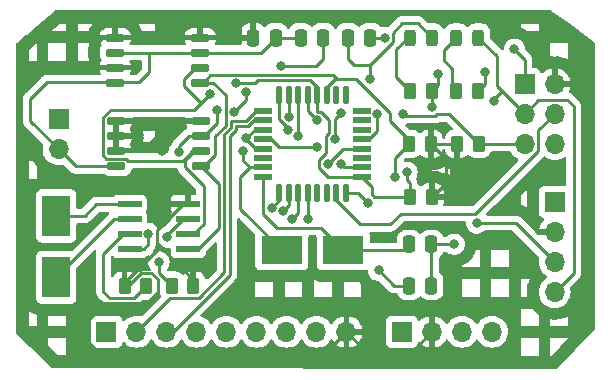
<source format=gbr>
%TF.GenerationSoftware,KiCad,Pcbnew,7.0.6-7.0.6~ubuntu22.10.1*%
%TF.CreationDate,2023-08-26T18:05:47+03:00*%
%TF.ProjectId,MCU Datalogger,4d435520-4461-4746-916c-6f676765722e,rev?*%
%TF.SameCoordinates,Original*%
%TF.FileFunction,Copper,L1,Top*%
%TF.FilePolarity,Positive*%
%FSLAX46Y46*%
G04 Gerber Fmt 4.6, Leading zero omitted, Abs format (unit mm)*
G04 Created by KiCad (PCBNEW 7.0.6-7.0.6~ubuntu22.10.1) date 2023-08-26 18:05:47*
%MOMM*%
%LPD*%
G01*
G04 APERTURE LIST*
G04 Aperture macros list*
%AMRoundRect*
0 Rectangle with rounded corners*
0 $1 Rounding radius*
0 $2 $3 $4 $5 $6 $7 $8 $9 X,Y pos of 4 corners*
0 Add a 4 corners polygon primitive as box body*
4,1,4,$2,$3,$4,$5,$6,$7,$8,$9,$2,$3,0*
0 Add four circle primitives for the rounded corners*
1,1,$1+$1,$2,$3*
1,1,$1+$1,$4,$5*
1,1,$1+$1,$6,$7*
1,1,$1+$1,$8,$9*
0 Add four rect primitives between the rounded corners*
20,1,$1+$1,$2,$3,$4,$5,0*
20,1,$1+$1,$4,$5,$6,$7,0*
20,1,$1+$1,$6,$7,$8,$9,0*
20,1,$1+$1,$8,$9,$2,$3,0*%
G04 Aperture macros list end*
%TA.AperFunction,SMDPad,CuDef*%
%ADD10RoundRect,0.250000X0.250000X0.475000X-0.250000X0.475000X-0.250000X-0.475000X0.250000X-0.475000X0*%
%TD*%
%TA.AperFunction,ComponentPad*%
%ADD11R,1.700000X1.700000*%
%TD*%
%TA.AperFunction,ComponentPad*%
%ADD12O,1.700000X1.700000*%
%TD*%
%TA.AperFunction,SMDPad,CuDef*%
%ADD13RoundRect,0.250000X0.262500X0.450000X-0.262500X0.450000X-0.262500X-0.450000X0.262500X-0.450000X0*%
%TD*%
%TA.AperFunction,SMDPad,CuDef*%
%ADD14R,2.400000X3.500000*%
%TD*%
%TA.AperFunction,SMDPad,CuDef*%
%ADD15RoundRect,0.150000X-0.650000X-0.150000X0.650000X-0.150000X0.650000X0.150000X-0.650000X0.150000X0*%
%TD*%
%TA.AperFunction,SMDPad,CuDef*%
%ADD16RoundRect,0.250000X-0.250000X-0.475000X0.250000X-0.475000X0.250000X0.475000X-0.250000X0.475000X0*%
%TD*%
%TA.AperFunction,SMDPad,CuDef*%
%ADD17RoundRect,0.041300X-0.943700X-0.253700X0.943700X-0.253700X0.943700X0.253700X-0.943700X0.253700X0*%
%TD*%
%TA.AperFunction,SMDPad,CuDef*%
%ADD18RoundRect,0.243750X-0.243750X-0.456250X0.243750X-0.456250X0.243750X0.456250X-0.243750X0.456250X0*%
%TD*%
%TA.AperFunction,SMDPad,CuDef*%
%ADD19R,3.500000X2.400000*%
%TD*%
%TA.AperFunction,SMDPad,CuDef*%
%ADD20RoundRect,0.250000X-0.262500X-0.450000X0.262500X-0.450000X0.262500X0.450000X-0.262500X0.450000X0*%
%TD*%
%TA.AperFunction,SMDPad,CuDef*%
%ADD21RoundRect,0.038500X-0.696500X-0.236500X0.696500X-0.236500X0.696500X0.236500X-0.696500X0.236500X0*%
%TD*%
%TA.AperFunction,SMDPad,CuDef*%
%ADD22RoundRect,0.099000X-0.176000X-0.636000X0.176000X-0.636000X0.176000X0.636000X-0.176000X0.636000X0*%
%TD*%
%TA.AperFunction,ViaPad*%
%ADD23C,0.800000*%
%TD*%
%TA.AperFunction,Conductor*%
%ADD24C,0.250000*%
%TD*%
G04 APERTURE END LIST*
D10*
%TO.P,C2,1*%
%TO.N,GND*%
X110575000Y-76000000D03*
%TO.P,C2,2*%
%TO.N,Net-(U4-PB7)*%
X108675000Y-76000000D03*
%TD*%
D11*
%TO.P,J4,1,Pin_1*%
%TO.N,/MISO*%
X118460000Y-62420000D03*
D12*
%TO.P,J4,2,Pin_2*%
%TO.N,/Vcc*%
X121000000Y-62420000D03*
%TO.P,J4,3,Pin_3*%
%TO.N,/SCK*%
X118460000Y-64960000D03*
%TO.P,J4,4,Pin_4*%
%TO.N,/MOSI*%
X121000000Y-64960000D03*
%TO.P,J4,5,Pin_5*%
%TO.N,/RESET*%
X118460000Y-67500000D03*
%TO.P,J4,6,Pin_6*%
%TO.N,GND*%
X121000000Y-67500000D03*
%TD*%
D13*
%TO.P,R3,1*%
%TO.N,/Vcc*%
X110587500Y-72000000D03*
%TO.P,R3,2*%
%TO.N,/SCK*%
X108762500Y-72000000D03*
%TD*%
D14*
%TO.P,Y1,1,1*%
%TO.N,Net-(U2-X2)*%
X78800000Y-78800000D03*
%TO.P,Y1,2,2*%
%TO.N,Net-(U2-X1)*%
X78800000Y-73600000D03*
%TD*%
D13*
%TO.P,R2,1*%
%TO.N,/Vcc*%
X90412500Y-79500000D03*
%TO.P,R2,2*%
%TO.N,Net-(U2-SQW{slash}~INT)*%
X88587500Y-79500000D03*
%TD*%
D11*
%TO.P,J1,1,Pin_1*%
%TO.N,GND*%
X121000000Y-72420000D03*
D12*
%TO.P,J1,2,Pin_2*%
%TO.N,/Vcc*%
X121000000Y-74960000D03*
%TO.P,J1,3,Pin_3*%
%TO.N,/SDA*%
X121000000Y-77500000D03*
%TO.P,J1,4,Pin_4*%
%TO.N,/SCK*%
X121000000Y-80040000D03*
%TD*%
D11*
%TO.P,J3,1,Pin_1*%
%TO.N,GND*%
X108060000Y-83400000D03*
D12*
%TO.P,J3,2,Pin_2*%
%TO.N,/Vcc*%
X110600000Y-83400000D03*
%TO.P,J3,3,Pin_3*%
%TO.N,/RX*%
X113140000Y-83400000D03*
%TO.P,J3,4,Pin_4*%
%TO.N,/TX*%
X115680000Y-83400000D03*
%TD*%
D15*
%TO.P,U3,1,A0*%
%TO.N,/Vcc*%
X83800000Y-58495000D03*
%TO.P,U3,2,A1*%
%TO.N,GND*%
X83800000Y-59765000D03*
%TO.P,U3,3,A2*%
%TO.N,/Vcc*%
X83800000Y-61035000D03*
%TO.P,U3,4,GND*%
%TO.N,GND*%
X83800000Y-62305000D03*
%TO.P,U3,5,SDA*%
%TO.N,/SDA*%
X91000000Y-62305000D03*
%TO.P,U3,6,SCL*%
%TO.N,/SCK*%
X91000000Y-61035000D03*
%TO.P,U3,7,WP*%
%TO.N,GND*%
X91000000Y-59765000D03*
%TO.P,U3,8,VCC*%
%TO.N,/Vcc*%
X91000000Y-58495000D03*
%TD*%
D16*
%TO.P,C5,1*%
%TO.N,Net-(BT1-+)*%
X103500000Y-58500000D03*
%TO.P,C5,2*%
%TO.N,GND*%
X105400000Y-58500000D03*
%TD*%
D11*
%TO.P,J2,1,Pin_1*%
%TO.N,/D2*%
X83060000Y-83400000D03*
D12*
%TO.P,J2,2,Pin_2*%
%TO.N,/D3*%
X85600000Y-83400000D03*
%TO.P,J2,3,Pin_3*%
%TO.N,/D4*%
X88140000Y-83400000D03*
%TO.P,J2,4,Pin_4*%
%TO.N,/D5*%
X90680000Y-83400000D03*
%TO.P,J2,5,Pin_5*%
%TO.N,/D6*%
X93220000Y-83400000D03*
%TO.P,J2,6,Pin_6*%
%TO.N,/D7*%
X95760000Y-83400000D03*
%TO.P,J2,7,Pin_7*%
%TO.N,/D8*%
X98300000Y-83400000D03*
%TO.P,J2,8,Pin_8*%
%TO.N,GND*%
X100840000Y-83400000D03*
%TO.P,J2,9,Pin_9*%
%TO.N,/Vcc*%
X103380000Y-83400000D03*
%TD*%
D13*
%TO.P,R5,1*%
%TO.N,GND*%
X114500000Y-63000000D03*
%TO.P,R5,2*%
%TO.N,Net-(D1-K)*%
X112675000Y-63000000D03*
%TD*%
D16*
%TO.P,C1,1*%
%TO.N,/Vcc*%
X95500000Y-58500000D03*
%TO.P,C1,2*%
%TO.N,GND*%
X97400000Y-58500000D03*
%TD*%
D13*
%TO.P,R4,1*%
%TO.N,/Vcc*%
X110500000Y-67500000D03*
%TO.P,R4,2*%
%TO.N,/SDA*%
X108675000Y-67500000D03*
%TD*%
D10*
%TO.P,C4,1*%
%TO.N,GND*%
X110575000Y-79500000D03*
%TO.P,C4,2*%
%TO.N,Net-(U4-AREF)*%
X108675000Y-79500000D03*
%TD*%
D17*
%TO.P,U2,1,X1*%
%TO.N,Net-(U2-X1)*%
X85025000Y-72595000D03*
%TO.P,U2,2,X2*%
%TO.N,Net-(U2-X2)*%
X85025000Y-73865000D03*
%TO.P,U2,3,~{INTA}*%
%TO.N,Net-(U2-~{INTA})*%
X85025000Y-75135000D03*
%TO.P,U2,4,GND*%
%TO.N,GND*%
X85025000Y-76405000D03*
%TO.P,U2,5,SDA*%
%TO.N,/SDA*%
X89975000Y-76405000D03*
%TO.P,U2,6,SCL*%
%TO.N,/SCK*%
X89975000Y-75135000D03*
%TO.P,U2,7,SQW/~INT*%
%TO.N,Net-(U2-SQW{slash}~INT)*%
X89975000Y-73865000D03*
%TO.P,U2,8,VCC*%
%TO.N,/Vcc*%
X89975000Y-72595000D03*
%TD*%
D16*
%TO.P,C3,1*%
%TO.N,GND*%
X99500000Y-58500000D03*
%TO.P,C3,2*%
%TO.N,Net-(U4-PB6)*%
X101400000Y-58500000D03*
%TD*%
D18*
%TO.P,D1,1,K*%
%TO.N,Net-(D1-K)*%
X112675000Y-58500000D03*
%TO.P,D1,2,A*%
%TO.N,/SCK*%
X114550000Y-58500000D03*
%TD*%
%TO.P,D2,1,K*%
%TO.N,Net-(D2-K)*%
X108737500Y-58500000D03*
%TO.P,D2,2,A*%
%TO.N,Net-(BT1-+)*%
X110612500Y-58500000D03*
%TD*%
D15*
%TO.P,U1,1,A0*%
%TO.N,/Vcc*%
X83900000Y-65595000D03*
%TO.P,U1,2,A1*%
X83900000Y-66865000D03*
%TO.P,U1,3,A2*%
X83900000Y-68135000D03*
%TO.P,U1,4,GND*%
%TO.N,GND*%
X83900000Y-69405000D03*
%TO.P,U1,5,SDA*%
%TO.N,/SDA*%
X91100000Y-69405000D03*
%TO.P,U1,6,SCL*%
%TO.N,/SCK*%
X91100000Y-68135000D03*
%TO.P,U1,7,WP*%
%TO.N,GND*%
X91100000Y-66865000D03*
%TO.P,U1,8,VCC*%
%TO.N,/Vcc*%
X91100000Y-65595000D03*
%TD*%
D19*
%TO.P,Y2,1,1*%
%TO.N,Net-(U4-PB7)*%
X103100000Y-76500000D03*
%TO.P,Y2,2,2*%
%TO.N,Net-(U4-PB6)*%
X97900000Y-76500000D03*
%TD*%
D20*
%TO.P,R6,1*%
%TO.N,/Vcc*%
X112762500Y-67500000D03*
%TO.P,R6,2*%
%TO.N,/RESET*%
X114587500Y-67500000D03*
%TD*%
%TO.P,R1,1*%
%TO.N,/Vcc*%
X84587500Y-79500000D03*
%TO.P,R1,2*%
%TO.N,Net-(U2-~{INTA})*%
X86412500Y-79500000D03*
%TD*%
D11*
%TO.P,BT1,1,+*%
%TO.N,Net-(BT1-+)*%
X79000000Y-65400000D03*
D12*
%TO.P,BT1,2,-*%
%TO.N,GND*%
X79000000Y-67940000D03*
%TD*%
D21*
%TO.P,U4,1,PD3*%
%TO.N,/D3*%
X96330000Y-64700000D03*
%TO.P,U4,2,PD4*%
%TO.N,/D4*%
X96330000Y-65500000D03*
%TO.P,U4,3,GND*%
%TO.N,GND*%
X96330000Y-66300000D03*
%TO.P,U4,4,VCC*%
%TO.N,Net-(BT1-+)*%
X96330000Y-67100000D03*
%TO.P,U4,5,GND*%
%TO.N,GND*%
X96330000Y-67900000D03*
%TO.P,U4,6,VCC*%
%TO.N,unconnected-(U4-VCC-Pad6)*%
X96330000Y-68700000D03*
%TO.P,U4,7,PB6*%
%TO.N,Net-(U4-PB6)*%
X96330000Y-69500000D03*
%TO.P,U4,8,PB7*%
%TO.N,Net-(U4-PB7)*%
X96330000Y-70300000D03*
D22*
%TO.P,U4,9,PD5*%
%TO.N,/D5*%
X97700000Y-71670000D03*
%TO.P,U4,10,PD6*%
%TO.N,/D6*%
X98500000Y-71670000D03*
%TO.P,U4,11,PD7*%
%TO.N,/D7*%
X99300000Y-71670000D03*
%TO.P,U4,12,PB0*%
%TO.N,/D8*%
X100100000Y-71670000D03*
%TO.P,U4,13,PB1*%
%TO.N,unconnected-(U4-PB1-Pad13)*%
X100900000Y-71670000D03*
%TO.P,U4,14,PB2*%
%TO.N,unconnected-(U4-PB2-Pad14)*%
X101700000Y-71670000D03*
%TO.P,U4,15,PB3*%
%TO.N,/MOSI*%
X102500000Y-71670000D03*
%TO.P,U4,16,PB4*%
%TO.N,/MISO*%
X103300000Y-71670000D03*
D21*
%TO.P,U4,17,PB5*%
%TO.N,/SCK*%
X104670000Y-70300000D03*
%TO.P,U4,18,AVCC*%
%TO.N,Net-(BT1-+)*%
X104670000Y-69500000D03*
%TO.P,U4,19,ADC6*%
%TO.N,unconnected-(U4-ADC6-Pad19)*%
X104670000Y-68700000D03*
%TO.P,U4,20,AREF*%
%TO.N,Net-(U4-AREF)*%
X104670000Y-67900000D03*
%TO.P,U4,21,GND*%
%TO.N,GND*%
X104670000Y-67100000D03*
%TO.P,U4,22,ADC7*%
%TO.N,unconnected-(U4-ADC7-Pad22)*%
X104670000Y-66300000D03*
%TO.P,U4,23,PC0*%
%TO.N,unconnected-(U4-PC0-Pad23)*%
X104670000Y-65500000D03*
%TO.P,U4,24,PC1*%
%TO.N,unconnected-(U4-PC1-Pad24)*%
X104670000Y-64700000D03*
D22*
%TO.P,U4,25,PC2*%
%TO.N,unconnected-(U4-PC2-Pad25)*%
X103300000Y-63330000D03*
%TO.P,U4,26,PC3*%
%TO.N,unconnected-(U4-PC3-Pad26)*%
X102500000Y-63330000D03*
%TO.P,U4,27,PC4*%
%TO.N,/SDA*%
X101700000Y-63330000D03*
%TO.P,U4,28,PC5*%
%TO.N,/SCK*%
X100900000Y-63330000D03*
%TO.P,U4,29,PC6/~{RESET}*%
%TO.N,/RESET*%
X100100000Y-63330000D03*
%TO.P,U4,30,PD0*%
%TO.N,/RX*%
X99300000Y-63330000D03*
%TO.P,U4,31,PD1*%
%TO.N,/TX*%
X98500000Y-63330000D03*
%TO.P,U4,32,PD2*%
%TO.N,/D2*%
X97700000Y-63330000D03*
%TD*%
D20*
%TO.P,R7,1*%
%TO.N,Net-(D2-K)*%
X108762500Y-63000000D03*
%TO.P,R7,2*%
%TO.N,GND*%
X110587500Y-63000000D03*
%TD*%
D23*
%TO.N,Net-(BT1-+)*%
X102900000Y-69200000D03*
X105400000Y-62000000D03*
X100900000Y-67800000D03*
%TO.N,GND*%
X115100000Y-61400000D03*
X111100000Y-61600000D03*
X86609500Y-75100000D03*
X106004351Y-64950292D03*
X92424732Y-64672803D03*
X110587500Y-64400000D03*
X112500000Y-76000000D03*
X106600000Y-58500000D03*
X89200000Y-68200000D03*
X94900000Y-67000000D03*
%TO.N,/Vcc*%
X114900000Y-70200000D03*
X87800000Y-68100000D03*
X88400000Y-70000000D03*
%TO.N,Net-(U4-PB6)*%
X97800000Y-60925500D03*
X94658589Y-68075500D03*
X93874232Y-64824500D03*
X94900000Y-63099000D03*
%TO.N,Net-(U4-AREF)*%
X101800000Y-69200000D03*
X106100000Y-78200000D03*
%TO.N,/SCK*%
X94000000Y-62374500D03*
X108500000Y-69900000D03*
X115900000Y-63900000D03*
X91800000Y-63300000D03*
%TO.N,/SDA*%
X107500000Y-70300000D03*
X114400000Y-74200000D03*
%TO.N,/D2*%
X98406018Y-66353009D03*
%TO.N,/D5*%
X97054500Y-72900000D03*
%TO.N,/D6*%
X98019866Y-73158985D03*
%TO.N,/D7*%
X98800000Y-73875500D03*
%TO.N,/D8*%
X100100000Y-73875500D03*
%TO.N,/RX*%
X99300000Y-66800000D03*
%TO.N,/TX*%
X98500000Y-65200000D03*
%TO.N,/MISO*%
X105200000Y-72500000D03*
X117600000Y-59500000D03*
%TO.N,/RESET*%
X102400000Y-67100000D03*
X108150000Y-64950000D03*
X100900000Y-65500000D03*
X102912299Y-64887701D03*
%TO.N,Net-(U2-SQW{slash}~INT)*%
X87500000Y-77500000D03*
X88200000Y-75400000D03*
%TD*%
D24*
%TO.N,Net-(BT1-+)*%
X96977067Y-67100000D02*
X96330000Y-67100000D01*
X107325000Y-58875000D02*
X105400000Y-60800000D01*
X100900000Y-67800000D02*
X97677067Y-67800000D01*
X97677067Y-67800000D02*
X96977067Y-67100000D01*
X104670000Y-69500000D02*
X103200000Y-69500000D01*
X107325000Y-58075000D02*
X107325000Y-58875000D01*
X104000000Y-60800000D02*
X105400000Y-60800000D01*
X105400000Y-60800000D02*
X105400000Y-62000000D01*
X110612500Y-58500000D02*
X109412500Y-57300000D01*
X103500000Y-58500000D02*
X103500000Y-60300000D01*
X103200000Y-69500000D02*
X102900000Y-69200000D01*
X108100000Y-57300000D02*
X107325000Y-58075000D01*
X109412500Y-57300000D02*
X108100000Y-57300000D01*
X103500000Y-60300000D02*
X104000000Y-60800000D01*
%TO.N,GND*%
X112500000Y-76000000D02*
X112400000Y-76000000D01*
X76600000Y-65540000D02*
X76600000Y-63700000D01*
X106600000Y-58500000D02*
X105400000Y-58500000D01*
X89200000Y-68200000D02*
X89200000Y-68100000D01*
X111100000Y-61600000D02*
X111100000Y-62487500D01*
X99500000Y-58500000D02*
X97400000Y-58500000D01*
X106004351Y-66412716D02*
X105317067Y-67100000D01*
X91000000Y-59765000D02*
X86700000Y-59765000D01*
X85800000Y-62300000D02*
X86700000Y-61400000D01*
X92424732Y-65742019D02*
X91301751Y-66865000D01*
X86700000Y-59765000D02*
X83800000Y-59765000D01*
X86195000Y-76405000D02*
X85025000Y-76405000D01*
X80465000Y-69405000D02*
X79000000Y-67940000D01*
X83805000Y-62300000D02*
X85800000Y-62300000D01*
X115100000Y-62400000D02*
X114500000Y-63000000D01*
X110587500Y-64400000D02*
X110587500Y-63000000D01*
X86700000Y-61400000D02*
X86700000Y-59765000D01*
X90035000Y-66865000D02*
X89200000Y-67700000D01*
X91301751Y-66865000D02*
X91100000Y-66865000D01*
X95600000Y-66300000D02*
X94900000Y-67000000D01*
X115100000Y-61400000D02*
X115100000Y-62400000D01*
X83695000Y-62200000D02*
X83800000Y-62305000D01*
X96330000Y-67900000D02*
X95682933Y-67900000D01*
X83795000Y-62300000D02*
X78000000Y-62300000D01*
X83800000Y-62305000D02*
X83805000Y-62300000D01*
X111100000Y-62487500D02*
X110587500Y-63000000D01*
X89200000Y-67700000D02*
X89200000Y-68200000D01*
X95682933Y-67900000D02*
X94900000Y-67117067D01*
X106004351Y-64950292D02*
X106004351Y-66412716D01*
X83900000Y-69405000D02*
X80465000Y-69405000D01*
X92424732Y-64672803D02*
X92424732Y-65742019D01*
X86609500Y-75100000D02*
X86609500Y-75990500D01*
X79000000Y-67940000D02*
X76600000Y-65540000D01*
X96330000Y-66300000D02*
X95600000Y-66300000D01*
X91100000Y-66865000D02*
X91487884Y-66865000D01*
X85025000Y-76405000D02*
X85020000Y-76400000D01*
X83800000Y-62305000D02*
X83795000Y-62300000D01*
X96135000Y-59765000D02*
X97400000Y-58500000D01*
X91000000Y-59765000D02*
X96135000Y-59765000D01*
X105317067Y-67100000D02*
X104670000Y-67100000D01*
X110575000Y-79500000D02*
X110575000Y-76000000D01*
X86609500Y-75990500D02*
X86195000Y-76405000D01*
X110575000Y-76000000D02*
X112500000Y-76000000D01*
X94900000Y-67117067D02*
X94900000Y-67000000D01*
X95547000Y-66300000D02*
X96330000Y-66300000D01*
X76600000Y-63700000D02*
X78000000Y-62300000D01*
X91100000Y-66865000D02*
X90035000Y-66865000D01*
%TO.N,/Vcc*%
X83800000Y-58495000D02*
X82705000Y-58495000D01*
X87550000Y-76250000D02*
X87550000Y-76150000D01*
X91005000Y-58500000D02*
X91000000Y-58495000D01*
X110500000Y-67500000D02*
X111800000Y-68800000D01*
X87334500Y-75934500D02*
X87334500Y-74799695D01*
X81200000Y-84000000D02*
X81200000Y-82700000D01*
X82500000Y-85300000D02*
X81200000Y-84000000D01*
X89529574Y-72595000D02*
X89975000Y-72595000D01*
X81200000Y-82700000D02*
X82925000Y-80975000D01*
X111800000Y-68800000D02*
X111800000Y-70000000D01*
X86765000Y-68135000D02*
X86800000Y-68100000D01*
X105280000Y-85300000D02*
X103380000Y-83400000D01*
X86800000Y-68100000D02*
X87800000Y-68100000D01*
X112762500Y-67500000D02*
X110500000Y-67500000D01*
X108700000Y-85300000D02*
X105280000Y-85300000D01*
X83900000Y-66865000D02*
X83900000Y-68135000D01*
X112000000Y-70200000D02*
X111800000Y-70000000D01*
X90412500Y-79012500D02*
X87550000Y-76150000D01*
X114900000Y-70200000D02*
X112000000Y-70200000D01*
X82635000Y-61035000D02*
X83800000Y-61035000D01*
X84587500Y-79500000D02*
X84587500Y-79212500D01*
X84886827Y-79500000D02*
X84587500Y-79500000D01*
X103380000Y-83400000D02*
X101480000Y-85300000D01*
X82705000Y-58495000D02*
X82100000Y-59100000D01*
X84587500Y-79212500D02*
X87550000Y-76250000D01*
X87400000Y-80038173D02*
X87400000Y-78948896D01*
X87550000Y-76150000D02*
X87334500Y-75934500D01*
X87334500Y-74799695D02*
X87329690Y-74794884D01*
X95500000Y-58500000D02*
X91005000Y-58500000D01*
X85986827Y-78400000D02*
X84886827Y-79500000D01*
X82925000Y-80975000D02*
X86463173Y-80975000D01*
X111800000Y-70000000D02*
X111800000Y-70787500D01*
X87400000Y-78948896D02*
X86851104Y-78400000D01*
X82100000Y-60500000D02*
X82635000Y-61035000D01*
X86463173Y-80975000D02*
X87400000Y-80038173D01*
X90412500Y-79500000D02*
X90412500Y-79012500D01*
X110600000Y-83400000D02*
X108700000Y-85300000D01*
X82100000Y-59100000D02*
X82100000Y-60500000D01*
X89300000Y-65600000D02*
X91095000Y-65600000D01*
X101480000Y-85300000D02*
X82500000Y-85300000D01*
X87329690Y-74794884D02*
X89529574Y-72595000D01*
X86851104Y-78400000D02*
X85986827Y-78400000D01*
X86765000Y-68135000D02*
X89300000Y-65600000D01*
X83900000Y-68135000D02*
X86765000Y-68135000D01*
X111800000Y-70787500D02*
X110587500Y-72000000D01*
X91095000Y-65600000D02*
X91100000Y-65595000D01*
X83900000Y-65595000D02*
X83900000Y-66865000D01*
%TO.N,Net-(U4-PB7)*%
X101200000Y-74600000D02*
X97500000Y-74600000D01*
X108175000Y-76500000D02*
X103100000Y-76500000D01*
X96330000Y-73430000D02*
X96330000Y-70300000D01*
X97500000Y-74600000D02*
X96330000Y-73430000D01*
X103100000Y-76500000D02*
X101200000Y-74600000D01*
X108675000Y-76000000D02*
X108175000Y-76500000D01*
%TO.N,Net-(U4-PB6)*%
X93874232Y-64824500D02*
X94900000Y-63798732D01*
X101400000Y-58500000D02*
X101400000Y-60300000D01*
X95200000Y-69500000D02*
X96330000Y-69500000D01*
X94400000Y-73000000D02*
X94400000Y-70300000D01*
X94658589Y-68075500D02*
X94658589Y-68958589D01*
X97825500Y-60900000D02*
X97800000Y-60925500D01*
X97900000Y-76500000D02*
X94400000Y-73000000D01*
X94400000Y-70300000D02*
X95200000Y-69500000D01*
X94658589Y-68958589D02*
X95200000Y-69500000D01*
X100800000Y-60900000D02*
X97825500Y-60900000D01*
X101400000Y-60300000D02*
X100800000Y-60900000D01*
X94900000Y-63798732D02*
X94900000Y-63099000D01*
%TO.N,Net-(U4-AREF)*%
X107400000Y-79500000D02*
X106100000Y-78200000D01*
X106100000Y-78200000D02*
X106200000Y-78300000D01*
X103100000Y-67900000D02*
X101800000Y-69200000D01*
X104670000Y-67900000D02*
X103100000Y-67900000D01*
X108675000Y-79500000D02*
X107400000Y-79500000D01*
%TO.N,Net-(D1-K)*%
X112325000Y-62650000D02*
X112325000Y-61125000D01*
X111600000Y-59575000D02*
X112675000Y-58500000D01*
X111600000Y-60400000D02*
X111600000Y-59575000D01*
X112325000Y-61125000D02*
X111600000Y-60400000D01*
X112675000Y-63000000D02*
X112325000Y-62650000D01*
%TO.N,/SCK*%
X90465000Y-68135000D02*
X91100000Y-68135000D01*
X116550000Y-63050000D02*
X118460000Y-64960000D01*
X122600000Y-64300000D02*
X122085000Y-63785000D01*
X89700000Y-69476751D02*
X89700000Y-68900000D01*
X122600000Y-78440000D02*
X122600000Y-64300000D01*
X105500000Y-71130000D02*
X104670000Y-70300000D01*
X108500000Y-69900000D02*
X108500000Y-70575000D01*
X116100000Y-60050000D02*
X116100000Y-62600000D01*
X116100000Y-62600000D02*
X116550000Y-63050000D01*
X101900000Y-65474695D02*
X101900000Y-66574695D01*
X84746751Y-68760000D02*
X83053249Y-68760000D01*
X101075000Y-69575000D02*
X101800000Y-70300000D01*
X89600000Y-62623249D02*
X89600000Y-62000000D01*
X122085000Y-63785000D02*
X119635000Y-63785000D01*
X119635000Y-63785000D02*
X118460000Y-64960000D01*
X121000000Y-80040000D02*
X122600000Y-78440000D01*
X95625500Y-62374500D02*
X95900000Y-62100000D01*
X108500000Y-70575000D02*
X108762500Y-70837500D01*
X89600000Y-62000000D02*
X90565000Y-61035000D01*
X90500000Y-64600000D02*
X91038375Y-64061625D01*
X84911751Y-68925000D02*
X84746751Y-68760000D01*
X105500000Y-71774695D02*
X105500000Y-71130000D01*
X89975000Y-75135000D02*
X90420426Y-75135000D01*
X90420426Y-75135000D02*
X91285000Y-74270426D01*
X101675000Y-68299695D02*
X101075000Y-68899695D01*
X108762500Y-70837500D02*
X108762500Y-72000000D01*
X91100000Y-68135000D02*
X90290305Y-68135000D01*
X82775000Y-65248249D02*
X83423249Y-64600000D01*
X100281627Y-62100000D02*
X100900000Y-62718373D01*
X83423249Y-64600000D02*
X90500000Y-64600000D01*
X94000000Y-62374500D02*
X95625500Y-62374500D01*
X82775000Y-68481751D02*
X82775000Y-65248249D01*
X100900000Y-64775000D02*
X101200305Y-64775000D01*
X115900000Y-63700000D02*
X116550000Y-63050000D01*
X90290305Y-68135000D02*
X89500305Y-68925000D01*
X101900000Y-66574695D02*
X101675000Y-66799695D01*
X91285000Y-74270426D02*
X91285000Y-71061751D01*
X91038375Y-64061625D02*
X89600000Y-62623249D01*
X83053249Y-68760000D02*
X82775000Y-68481751D01*
X100900000Y-62718373D02*
X100900000Y-63330000D01*
X101200305Y-64775000D02*
X101900000Y-65474695D01*
X95900000Y-62100000D02*
X100281627Y-62100000D01*
X101075000Y-68899695D02*
X101075000Y-69575000D01*
X114550000Y-58500000D02*
X116100000Y-60050000D01*
X105725305Y-72000000D02*
X105500000Y-71774695D01*
X101675000Y-66799695D02*
X101675000Y-68299695D01*
X89500305Y-68925000D02*
X84911751Y-68925000D01*
X89700000Y-68900000D02*
X90465000Y-68135000D01*
X115900000Y-63900000D02*
X115900000Y-63700000D01*
X100900000Y-63330000D02*
X100900000Y-64775000D01*
X108762500Y-72000000D02*
X105725305Y-72000000D01*
X91800000Y-63300000D02*
X91038375Y-64061625D01*
X91285000Y-71061751D02*
X89700000Y-69476751D01*
X90565000Y-61035000D02*
X91000000Y-61035000D01*
X101800000Y-70300000D02*
X104670000Y-70300000D01*
%TO.N,Net-(D2-K)*%
X108762500Y-63000000D02*
X107600000Y-61837500D01*
X107600000Y-59500000D02*
X108600000Y-58500000D01*
X107600000Y-61837500D02*
X107600000Y-59500000D01*
X108600000Y-58500000D02*
X108737500Y-58500000D01*
%TO.N,/SDA*%
X92600000Y-74600000D02*
X92600000Y-70905000D01*
X91856751Y-61650000D02*
X102250000Y-61650000D01*
X107100000Y-65600000D02*
X107100000Y-64900000D01*
X91100000Y-69405000D02*
X91301751Y-69405000D01*
X93149732Y-63349732D02*
X92105000Y-62305000D01*
X91201751Y-62305000D02*
X91856751Y-61650000D01*
X121000000Y-77500000D02*
X117700000Y-74200000D01*
X91301751Y-69405000D02*
X92225000Y-68481751D01*
X102600000Y-62000000D02*
X102418373Y-62000000D01*
X92225000Y-68481751D02*
X92225000Y-66872243D01*
X92225000Y-66872243D02*
X93149732Y-65947511D01*
X117700000Y-74200000D02*
X114400000Y-74200000D01*
X89975000Y-76405000D02*
X90795000Y-76405000D01*
X107500000Y-68675000D02*
X107500000Y-68800000D01*
X107100000Y-64900000D02*
X104200000Y-62000000D01*
X91000000Y-62305000D02*
X91201751Y-62305000D01*
X102418373Y-62000000D02*
X101700000Y-62718373D01*
X90795000Y-76405000D02*
X92600000Y-74600000D01*
X108675000Y-67500000D02*
X108675000Y-67175000D01*
X92600000Y-70905000D02*
X91100000Y-69405000D01*
X102250000Y-61650000D02*
X102600000Y-62000000D01*
X93149732Y-65947511D02*
X93149732Y-63349732D01*
X101700000Y-62718373D02*
X101700000Y-63330000D01*
X107500000Y-70300000D02*
X107500000Y-70200000D01*
X92105000Y-62305000D02*
X91000000Y-62305000D01*
X108675000Y-67175000D02*
X107100000Y-65600000D01*
X107500000Y-68800000D02*
X107500000Y-70300000D01*
X108675000Y-67500000D02*
X107500000Y-68675000D01*
X104200000Y-62000000D02*
X102600000Y-62000000D01*
%TO.N,/D2*%
X97700000Y-65425305D02*
X97700000Y-63330000D01*
X98406018Y-66131323D02*
X97700000Y-65425305D01*
X98406018Y-66353009D02*
X98406018Y-66131323D01*
%TO.N,/D3*%
X93050000Y-78388173D02*
X93050000Y-66683639D01*
X93599732Y-65549500D02*
X94833433Y-65549500D01*
X93599732Y-66133907D02*
X93599732Y-65549500D01*
X90913173Y-80525000D02*
X93050000Y-78388173D01*
X85600000Y-83400000D02*
X88475000Y-80525000D01*
X88475000Y-80525000D02*
X90913173Y-80525000D01*
X95682933Y-64700000D02*
X96330000Y-64700000D01*
X93050000Y-66683639D02*
X93599732Y-66133907D01*
X94833433Y-65549500D02*
X95682933Y-64700000D01*
%TO.N,/D4*%
X88674569Y-83400000D02*
X93500000Y-78574569D01*
X94049732Y-66320303D02*
X94049732Y-65999500D01*
X95519329Y-65500000D02*
X96330000Y-65500000D01*
X93500000Y-66870035D02*
X94049732Y-66320303D01*
X88140000Y-83400000D02*
X88674569Y-83400000D01*
X94049732Y-65999500D02*
X95019829Y-65999500D01*
X95019829Y-65999500D02*
X95519329Y-65500000D01*
X93500000Y-78574569D02*
X93500000Y-66870035D01*
%TO.N,/D5*%
X97700000Y-72254500D02*
X97700000Y-71670000D01*
X97054500Y-72900000D02*
X97700000Y-72254500D01*
%TO.N,/D6*%
X98500000Y-72678851D02*
X98019866Y-73158985D01*
X98500000Y-71670000D02*
X98500000Y-72678851D01*
%TO.N,/D7*%
X99300000Y-73375500D02*
X98800000Y-73875500D01*
X99300000Y-71670000D02*
X99300000Y-73375500D01*
%TO.N,/D8*%
X100100000Y-71670000D02*
X100100000Y-73875500D01*
%TO.N,/RX*%
X99300000Y-63330000D02*
X99300000Y-66800000D01*
%TO.N,/TX*%
X98500000Y-63330000D02*
X98500000Y-65200000D01*
%TO.N,/MISO*%
X105200000Y-72500000D02*
X104370000Y-71670000D01*
X104370000Y-71670000D02*
X103300000Y-71670000D01*
X118460000Y-60360000D02*
X117600000Y-59500000D01*
X118460000Y-62420000D02*
X118460000Y-60360000D01*
%TO.N,/MOSI*%
X107100000Y-74300000D02*
X104518373Y-74300000D01*
X104518373Y-74300000D02*
X102500000Y-72281627D01*
X121000000Y-64960000D02*
X119635000Y-66325000D01*
X102500000Y-72281627D02*
X102500000Y-71670000D01*
X114300000Y-73400000D02*
X108000000Y-73400000D01*
X119635000Y-68065000D02*
X114300000Y-73400000D01*
X119635000Y-66325000D02*
X119635000Y-68065000D01*
X108000000Y-73400000D02*
X107100000Y-74300000D01*
%TO.N,/RESET*%
X102400000Y-65400000D02*
X102912299Y-64887701D01*
X114587500Y-67500000D02*
X118460000Y-67500000D01*
X100100000Y-64700000D02*
X100900000Y-65500000D01*
X110887805Y-65125000D02*
X111012805Y-65000000D01*
X108325000Y-65125000D02*
X110887805Y-65125000D01*
X111012805Y-65000000D02*
X112087500Y-65000000D01*
X100100000Y-63330000D02*
X100100000Y-64700000D01*
X112087500Y-65000000D02*
X114587500Y-67500000D01*
X108150000Y-64950000D02*
X108325000Y-65125000D01*
X102400000Y-67100000D02*
X102400000Y-65400000D01*
%TO.N,Net-(U2-~{INTA})*%
X84465000Y-75135000D02*
X85025000Y-75135000D01*
X82800000Y-76800000D02*
X84465000Y-75135000D01*
X84960000Y-75200000D02*
X85025000Y-75135000D01*
X83325000Y-80525000D02*
X82800000Y-80000000D01*
X82800000Y-80000000D02*
X82800000Y-76800000D01*
X85375000Y-80525000D02*
X83325000Y-80525000D01*
X86400000Y-79500000D02*
X85375000Y-80525000D01*
X86412500Y-79500000D02*
X86400000Y-79500000D01*
%TO.N,Net-(U2-SQW{slash}~INT)*%
X89975000Y-73865000D02*
X89529574Y-73865000D01*
X87500000Y-78412500D02*
X88587500Y-79500000D01*
X89529574Y-73865000D02*
X88200000Y-75194574D01*
X88200000Y-75194574D02*
X88200000Y-75400000D01*
X87500000Y-77500000D02*
X87500000Y-78412500D01*
%TO.N,Net-(U2-X1)*%
X82200000Y-72600000D02*
X85020000Y-72600000D01*
X85020000Y-72600000D02*
X85025000Y-72595000D01*
X81200000Y-73600000D02*
X82200000Y-72600000D01*
X78800000Y-73600000D02*
X81200000Y-73600000D01*
%TO.N,Net-(U2-X2)*%
X78800000Y-78800000D02*
X83735000Y-73865000D01*
X83735000Y-73865000D02*
X85025000Y-73865000D01*
%TD*%
%TA.AperFunction,Conductor*%
%TO.N,/Vcc*%
G36*
X86633782Y-76948959D02*
G01*
X86682480Y-76999063D01*
X86696359Y-77067540D01*
X86680201Y-77118933D01*
X86672822Y-77131713D01*
X86672818Y-77131722D01*
X86618304Y-77299500D01*
X86614326Y-77311744D01*
X86594540Y-77500000D01*
X86614326Y-77688256D01*
X86614327Y-77688259D01*
X86672818Y-77868277D01*
X86672821Y-77868284D01*
X86767464Y-78032212D01*
X86767465Y-78032214D01*
X86767467Y-78032216D01*
X86821842Y-78092606D01*
X86852072Y-78155596D01*
X86843447Y-78224931D01*
X86798706Y-78278597D01*
X86732053Y-78299555D01*
X86728166Y-78299493D01*
X86728166Y-78299500D01*
X86099998Y-78299500D01*
X86099980Y-78299501D01*
X85997203Y-78310000D01*
X85997200Y-78310001D01*
X85830668Y-78365185D01*
X85830663Y-78365187D01*
X85681345Y-78457287D01*
X85587327Y-78551305D01*
X85526003Y-78584789D01*
X85456312Y-78579805D01*
X85411965Y-78551304D01*
X85318345Y-78457684D01*
X85169124Y-78365643D01*
X85169119Y-78365641D01*
X85002697Y-78310494D01*
X85002690Y-78310493D01*
X84899986Y-78300000D01*
X84837500Y-78300000D01*
X84837500Y-79626000D01*
X84817815Y-79693039D01*
X84765011Y-79738794D01*
X84713500Y-79750000D01*
X84461500Y-79750000D01*
X84394461Y-79730315D01*
X84348706Y-79677511D01*
X84337500Y-79626000D01*
X84337500Y-78300000D01*
X84337499Y-78299999D01*
X84275028Y-78300000D01*
X84275011Y-78300001D01*
X84172302Y-78310494D01*
X84005880Y-78365641D01*
X84005875Y-78365643D01*
X83856654Y-78457684D01*
X83732683Y-78581655D01*
X83732680Y-78581659D01*
X83655038Y-78707537D01*
X83603091Y-78754262D01*
X83534128Y-78765483D01*
X83470046Y-78737640D01*
X83431190Y-78679571D01*
X83425500Y-78642440D01*
X83425500Y-77110452D01*
X83445185Y-77043413D01*
X83461819Y-77022771D01*
X83483878Y-77000712D01*
X83545201Y-76967227D01*
X83614893Y-76972211D01*
X83670362Y-77013467D01*
X83694585Y-77045409D01*
X83694586Y-77045410D01*
X83694588Y-77045412D01*
X83813262Y-77135406D01*
X83951815Y-77190044D01*
X84009859Y-77197014D01*
X84038881Y-77200500D01*
X84038882Y-77200500D01*
X86011119Y-77200500D01*
X86032884Y-77197886D01*
X86098185Y-77190044D01*
X86236738Y-77135406D01*
X86355412Y-77045412D01*
X86365288Y-77032387D01*
X86421479Y-76990863D01*
X86429491Y-76988236D01*
X86445390Y-76983618D01*
X86462629Y-76973422D01*
X86480103Y-76964862D01*
X86498729Y-76957487D01*
X86498732Y-76957486D01*
X86499923Y-76956621D01*
X86501014Y-76956231D01*
X86505566Y-76953729D01*
X86505969Y-76954463D01*
X86565728Y-76933138D01*
X86633782Y-76948959D01*
G37*
%TD.AperFunction*%
%TA.AperFunction,Conductor*%
G36*
X92343834Y-75843270D02*
G01*
X92399767Y-75885142D01*
X92424184Y-75950606D01*
X92424500Y-75959452D01*
X92424500Y-78077719D01*
X92404815Y-78144758D01*
X92388181Y-78165400D01*
X91616833Y-78936747D01*
X91555510Y-78970232D01*
X91485818Y-78965248D01*
X91429885Y-78923376D01*
X91411446Y-78888070D01*
X91359358Y-78730880D01*
X91359356Y-78730875D01*
X91267315Y-78581654D01*
X91143345Y-78457684D01*
X90994124Y-78365643D01*
X90994119Y-78365641D01*
X90827697Y-78310494D01*
X90827690Y-78310493D01*
X90724986Y-78300000D01*
X90662500Y-78300000D01*
X90662500Y-79626000D01*
X90642815Y-79693039D01*
X90590011Y-79738794D01*
X90538500Y-79750000D01*
X90286500Y-79750000D01*
X90219461Y-79730315D01*
X90173706Y-79677511D01*
X90162500Y-79626000D01*
X90162500Y-78300000D01*
X90162499Y-78299999D01*
X90100028Y-78300000D01*
X90100011Y-78300001D01*
X89997302Y-78310494D01*
X89830880Y-78365641D01*
X89830875Y-78365643D01*
X89681657Y-78457682D01*
X89588034Y-78551305D01*
X89526710Y-78584789D01*
X89457019Y-78579805D01*
X89412672Y-78551304D01*
X89318657Y-78457289D01*
X89318656Y-78457288D01*
X89184968Y-78374829D01*
X89169336Y-78365187D01*
X89169331Y-78365185D01*
X89167862Y-78364698D01*
X89002797Y-78310001D01*
X89002795Y-78310000D01*
X88900016Y-78299500D01*
X88322955Y-78299500D01*
X88255916Y-78279815D01*
X88235274Y-78263181D01*
X88207607Y-78235514D01*
X88174122Y-78174191D01*
X88179106Y-78104499D01*
X88203138Y-78064861D01*
X88232533Y-78032216D01*
X88327179Y-77868284D01*
X88385674Y-77688256D01*
X88405460Y-77500000D01*
X88385674Y-77311744D01*
X88327179Y-77131716D01*
X88232533Y-76967784D01*
X88105871Y-76827112D01*
X88079110Y-76807669D01*
X87952734Y-76715851D01*
X87952729Y-76715848D01*
X87779807Y-76638857D01*
X87779802Y-76638855D01*
X87634001Y-76607865D01*
X87594646Y-76599500D01*
X87405354Y-76599500D01*
X87372897Y-76606398D01*
X87220197Y-76638855D01*
X87160791Y-76665305D01*
X87091541Y-76674589D01*
X87028265Y-76644961D01*
X86991052Y-76585825D01*
X86991717Y-76515959D01*
X87019964Y-76467141D01*
X87055389Y-76429418D01*
X87058742Y-76425848D01*
X87079616Y-76404974D01*
X87079616Y-76404973D01*
X87079620Y-76404970D01*
X87083873Y-76399486D01*
X87087650Y-76395063D01*
X87119562Y-76361082D01*
X87129214Y-76343523D01*
X87139889Y-76327272D01*
X87152174Y-76311436D01*
X87170686Y-76268652D01*
X87173242Y-76263435D01*
X87195697Y-76222592D01*
X87200680Y-76203180D01*
X87206977Y-76184791D01*
X87214938Y-76166395D01*
X87222229Y-76120353D01*
X87223408Y-76114662D01*
X87235000Y-76069519D01*
X87235000Y-76049483D01*
X87236527Y-76030082D01*
X87239660Y-76010303D01*
X87239905Y-76002507D01*
X87241448Y-76002555D01*
X87253037Y-75942710D01*
X87301296Y-75892185D01*
X87369211Y-75875772D01*
X87435218Y-75898681D01*
X87461998Y-75928152D01*
X87463645Y-75926956D01*
X87467465Y-75932214D01*
X87594129Y-76072888D01*
X87747265Y-76184148D01*
X87747270Y-76184151D01*
X87920192Y-76261142D01*
X87920197Y-76261144D01*
X88105354Y-76300500D01*
X88105355Y-76300500D01*
X88294644Y-76300500D01*
X88294646Y-76300500D01*
X88339720Y-76290919D01*
X88409386Y-76296235D01*
X88465119Y-76338372D01*
X88489225Y-76403951D01*
X88489500Y-76412209D01*
X88489500Y-76701118D01*
X88499955Y-76788182D01*
X88499955Y-76788183D01*
X88541374Y-76893215D01*
X88554594Y-76926738D01*
X88644588Y-77045412D01*
X88763262Y-77135406D01*
X88901815Y-77190044D01*
X88959859Y-77197014D01*
X88988881Y-77200500D01*
X88988882Y-77200500D01*
X90961119Y-77200500D01*
X90982884Y-77197886D01*
X91048185Y-77190044D01*
X91186738Y-77135406D01*
X91305412Y-77045412D01*
X91395406Y-76926738D01*
X91450044Y-76788185D01*
X91460500Y-76701118D01*
X91460500Y-76675451D01*
X91480185Y-76608412D01*
X91496814Y-76587775D01*
X92212819Y-75871771D01*
X92274142Y-75838286D01*
X92343834Y-75843270D01*
G37*
%TD.AperFunction*%
%TA.AperFunction,Conductor*%
G36*
X120137514Y-68549589D02*
G01*
X120165303Y-68564196D01*
X120322165Y-68674032D01*
X120322167Y-68674033D01*
X120322170Y-68674035D01*
X120536337Y-68773903D01*
X120536343Y-68773904D01*
X120536344Y-68773905D01*
X120571960Y-68783448D01*
X120764592Y-68835063D01*
X120940668Y-68850468D01*
X120999999Y-68855659D01*
X121000000Y-68855659D01*
X121000001Y-68855659D01*
X121059332Y-68850468D01*
X121235408Y-68835063D01*
X121463663Y-68773903D01*
X121677830Y-68674035D01*
X121779377Y-68602930D01*
X121845582Y-68580604D01*
X121913350Y-68597614D01*
X121961163Y-68648562D01*
X121974500Y-68704506D01*
X121974500Y-70945500D01*
X121954815Y-71012539D01*
X121902011Y-71058294D01*
X121850500Y-71069500D01*
X120102129Y-71069500D01*
X120102123Y-71069501D01*
X120042516Y-71075908D01*
X119907671Y-71126202D01*
X119907664Y-71126206D01*
X119792455Y-71212452D01*
X119792452Y-71212455D01*
X119706206Y-71327664D01*
X119706202Y-71327671D01*
X119655908Y-71462517D01*
X119649501Y-71522116D01*
X119649500Y-71522135D01*
X119649500Y-73317870D01*
X119649501Y-73317876D01*
X119655908Y-73377483D01*
X119706202Y-73512328D01*
X119706206Y-73512335D01*
X119792452Y-73627544D01*
X119792455Y-73627547D01*
X119907664Y-73713793D01*
X119907671Y-73713797D01*
X119969902Y-73737007D01*
X120039598Y-73763002D01*
X120095531Y-73804873D01*
X120119949Y-73870337D01*
X120105098Y-73938610D01*
X120083947Y-73966865D01*
X119961886Y-74088926D01*
X119826400Y-74282420D01*
X119826399Y-74282422D01*
X119726570Y-74496507D01*
X119726567Y-74496513D01*
X119669364Y-74709999D01*
X119669364Y-74710000D01*
X120566314Y-74710000D01*
X120540507Y-74750156D01*
X120500000Y-74888111D01*
X120500000Y-75031889D01*
X120540507Y-75169844D01*
X120566314Y-75210000D01*
X119645952Y-75210000D01*
X119578913Y-75190315D01*
X119558271Y-75173681D01*
X119368741Y-74984151D01*
X118200803Y-73816212D01*
X118190980Y-73803950D01*
X118190759Y-73804134D01*
X118185786Y-73798123D01*
X118173637Y-73786714D01*
X118135364Y-73750773D01*
X118124919Y-73740328D01*
X118114475Y-73729883D01*
X118108986Y-73725625D01*
X118104561Y-73721847D01*
X118070582Y-73689938D01*
X118070580Y-73689936D01*
X118070577Y-73689935D01*
X118053029Y-73680288D01*
X118036763Y-73669604D01*
X118020933Y-73657325D01*
X117978168Y-73638818D01*
X117972922Y-73636248D01*
X117932093Y-73613803D01*
X117932092Y-73613802D01*
X117912693Y-73608822D01*
X117894281Y-73602518D01*
X117875898Y-73594562D01*
X117875892Y-73594560D01*
X117829874Y-73587272D01*
X117824152Y-73586087D01*
X117779021Y-73574500D01*
X117779019Y-73574500D01*
X117758984Y-73574500D01*
X117739586Y-73572973D01*
X117732162Y-73571797D01*
X117719805Y-73569840D01*
X117719804Y-73569840D01*
X117673416Y-73574225D01*
X117667578Y-73574500D01*
X115309451Y-73574500D01*
X115242412Y-73554815D01*
X115196657Y-73502011D01*
X115186713Y-73432853D01*
X115215738Y-73369297D01*
X115221770Y-73362819D01*
X115950239Y-72634350D01*
X118148000Y-72634350D01*
X118186343Y-72645491D01*
X118190046Y-72646694D01*
X118227270Y-72660095D01*
X118264824Y-72672297D01*
X118268489Y-72673616D01*
X118330442Y-72698144D01*
X118334018Y-72699691D01*
X118380196Y-72721420D01*
X118383666Y-72723188D01*
X118415034Y-72740431D01*
X118447888Y-72754650D01*
X118451413Y-72756308D01*
X118496887Y-72779480D01*
X118500301Y-72781357D01*
X118557655Y-72815278D01*
X118560943Y-72817364D01*
X118593605Y-72839562D01*
X118627008Y-72860761D01*
X118630229Y-72862950D01*
X118651500Y-72878403D01*
X118651500Y-71507090D01*
X118652128Y-71483666D01*
X118653738Y-71453664D01*
X118654194Y-71448000D01*
X118547972Y-71448000D01*
X118148000Y-71847972D01*
X118148000Y-72634350D01*
X115950239Y-72634350D01*
X117526295Y-71058294D01*
X120006501Y-68578088D01*
X120067822Y-68544605D01*
X120137514Y-68549589D01*
G37*
%TD.AperFunction*%
%TA.AperFunction,Conductor*%
G36*
X111844087Y-65645185D02*
G01*
X111864729Y-65661819D01*
X112329910Y-66127000D01*
X112363395Y-66188323D01*
X112358411Y-66258015D01*
X112316539Y-66313948D01*
X112281234Y-66332387D01*
X112180878Y-66365642D01*
X112180875Y-66365643D01*
X112031654Y-66457684D01*
X111907684Y-66581654D01*
X111815643Y-66730875D01*
X111815641Y-66730880D01*
X111760494Y-66897302D01*
X111760493Y-66897309D01*
X111754607Y-66954920D01*
X111728210Y-67019612D01*
X111671029Y-67059762D01*
X111601218Y-67062624D01*
X111540941Y-67027290D01*
X111509337Y-66964976D01*
X111507891Y-66954917D01*
X111502005Y-66897303D01*
X111446858Y-66730880D01*
X111446856Y-66730875D01*
X111354815Y-66581654D01*
X111230845Y-66457684D01*
X111081624Y-66365643D01*
X111081619Y-66365641D01*
X110915197Y-66310494D01*
X110915190Y-66310493D01*
X110812486Y-66300000D01*
X110750000Y-66300000D01*
X110750000Y-68699999D01*
X110812472Y-68699999D01*
X110812486Y-68699998D01*
X110915197Y-68689505D01*
X111081619Y-68634358D01*
X111081624Y-68634356D01*
X111230845Y-68542315D01*
X111354815Y-68418345D01*
X111446856Y-68269124D01*
X111446858Y-68269119D01*
X111502005Y-68102697D01*
X111502006Y-68102689D01*
X111507892Y-68045081D01*
X111534288Y-67980389D01*
X111591468Y-67940238D01*
X111661279Y-67937374D01*
X111721556Y-67972708D01*
X111753162Y-68035021D01*
X111754608Y-68045081D01*
X111760494Y-68102697D01*
X111815641Y-68269119D01*
X111815643Y-68269124D01*
X111907684Y-68418345D01*
X112031654Y-68542315D01*
X112180875Y-68634356D01*
X112180880Y-68634358D01*
X112347302Y-68689505D01*
X112347309Y-68689506D01*
X112450019Y-68699999D01*
X112512499Y-68699998D01*
X112512500Y-68699998D01*
X112512500Y-67374000D01*
X112532185Y-67306961D01*
X112584989Y-67261206D01*
X112636500Y-67250000D01*
X112888500Y-67250000D01*
X112955539Y-67269685D01*
X113001294Y-67322489D01*
X113012500Y-67374000D01*
X113012499Y-68699998D01*
X113012500Y-68699999D01*
X113074972Y-68699999D01*
X113074986Y-68699998D01*
X113177697Y-68689505D01*
X113344119Y-68634358D01*
X113344124Y-68634356D01*
X113493342Y-68542317D01*
X113586964Y-68448695D01*
X113648287Y-68415210D01*
X113717979Y-68420194D01*
X113762327Y-68448695D01*
X113856344Y-68542712D01*
X114005666Y-68634814D01*
X114172203Y-68689999D01*
X114274991Y-68700500D01*
X114900008Y-68700499D01*
X114900016Y-68700498D01*
X114900019Y-68700498D01*
X114956302Y-68694748D01*
X115002797Y-68689999D01*
X115169334Y-68634814D01*
X115318656Y-68542712D01*
X115442712Y-68418656D01*
X115534814Y-68269334D01*
X115554311Y-68210493D01*
X115594084Y-68153051D01*
X115658600Y-68126228D01*
X115672017Y-68125500D01*
X117184773Y-68125500D01*
X117251812Y-68145185D01*
X117286348Y-68178377D01*
X117403035Y-68345024D01*
X117421505Y-68371401D01*
X117588599Y-68538495D01*
X117670699Y-68595982D01*
X117782165Y-68674032D01*
X117782167Y-68674033D01*
X117782170Y-68674035D01*
X117866644Y-68713426D01*
X117919082Y-68759597D01*
X117938234Y-68826791D01*
X117918018Y-68893672D01*
X117901919Y-68913488D01*
X114077228Y-72738181D01*
X114015905Y-72771666D01*
X113989547Y-72774500D01*
X111704296Y-72774500D01*
X111637257Y-72754815D01*
X111591502Y-72702011D01*
X111581558Y-72632853D01*
X111586589Y-72611499D01*
X111589504Y-72602699D01*
X111589506Y-72602690D01*
X111599999Y-72499986D01*
X111600000Y-72499973D01*
X111600000Y-72250000D01*
X110461500Y-72250000D01*
X110394461Y-72230315D01*
X110348706Y-72177511D01*
X110337500Y-72126000D01*
X110337500Y-70800000D01*
X110837500Y-70800000D01*
X110837500Y-71750000D01*
X111599998Y-71750000D01*
X111599999Y-71500028D01*
X111599998Y-71500013D01*
X111589505Y-71397302D01*
X111534358Y-71230880D01*
X111534356Y-71230875D01*
X111442315Y-71081654D01*
X111318345Y-70957684D01*
X111169124Y-70865643D01*
X111169119Y-70865641D01*
X111002697Y-70810494D01*
X111002690Y-70810493D01*
X110899986Y-70800000D01*
X110837500Y-70800000D01*
X110337500Y-70800000D01*
X110337499Y-70799999D01*
X110275028Y-70800000D01*
X110275011Y-70800001D01*
X110172302Y-70810494D01*
X110005880Y-70865641D01*
X110005875Y-70865643D01*
X109856657Y-70957682D01*
X109763034Y-71051305D01*
X109701710Y-71084789D01*
X109632019Y-71079805D01*
X109587672Y-71051304D01*
X109493657Y-70957289D01*
X109493656Y-70957288D01*
X109449235Y-70929889D01*
X109446902Y-70928450D01*
X109400178Y-70876502D01*
X109388000Y-70822912D01*
X109388000Y-70798151D01*
X109388000Y-70798150D01*
X109387129Y-70791259D01*
X109386672Y-70785445D01*
X109385209Y-70738872D01*
X109379622Y-70719644D01*
X109375674Y-70700584D01*
X109375400Y-70698412D01*
X109373164Y-70680708D01*
X109373163Y-70680706D01*
X109373163Y-70680704D01*
X109356012Y-70637387D01*
X109354119Y-70631858D01*
X109341118Y-70587109D01*
X109341116Y-70587106D01*
X109330923Y-70569871D01*
X109322361Y-70552394D01*
X109314987Y-70533769D01*
X109308659Y-70525059D01*
X109287589Y-70496059D01*
X109284398Y-70491203D01*
X109277804Y-70480053D01*
X109260622Y-70412330D01*
X109277148Y-70354939D01*
X109327179Y-70268284D01*
X109385674Y-70088256D01*
X109405460Y-69900000D01*
X109395160Y-69802000D01*
X110648000Y-69802000D01*
X110914250Y-69802000D01*
X110936475Y-69802565D01*
X110964999Y-69804018D01*
X110987197Y-69805716D01*
X111132907Y-69820602D01*
X111136262Y-69821038D01*
X111180038Y-69827939D01*
X111183364Y-69828557D01*
X111239920Y-69840667D01*
X111243204Y-69841465D01*
X111285934Y-69853082D01*
X111289171Y-69854057D01*
X111512317Y-69928000D01*
X111515706Y-69929234D01*
X111559609Y-69946675D01*
X111562921Y-69948104D01*
X111618837Y-69974176D01*
X111622061Y-69975795D01*
X111663662Y-69998225D01*
X111666786Y-70000029D01*
X111868528Y-70124464D01*
X111871543Y-70126447D01*
X111910258Y-70153557D01*
X111913152Y-70155711D01*
X111961548Y-70193978D01*
X111964311Y-70196297D01*
X111999604Y-70227706D01*
X112002226Y-70230181D01*
X112150000Y-70377955D01*
X112150000Y-69667880D01*
X112110080Y-69659333D01*
X112106796Y-69658535D01*
X112064066Y-69646918D01*
X112060829Y-69645943D01*
X111837683Y-69572000D01*
X111834294Y-69570766D01*
X111790391Y-69553325D01*
X111787079Y-69551896D01*
X111731163Y-69525824D01*
X111727939Y-69524205D01*
X111686338Y-69501774D01*
X111683213Y-69499970D01*
X111631249Y-69467918D01*
X111579287Y-69499970D01*
X111576162Y-69501774D01*
X111534561Y-69524205D01*
X111531337Y-69525824D01*
X111475422Y-69551896D01*
X111472110Y-69553325D01*
X111428207Y-69570766D01*
X111424819Y-69571999D01*
X111201659Y-69645948D01*
X111198419Y-69646924D01*
X111155660Y-69658547D01*
X111152373Y-69659345D01*
X111095813Y-69671452D01*
X111092487Y-69672070D01*
X111048736Y-69678965D01*
X111045384Y-69679400D01*
X110899686Y-69694285D01*
X110877493Y-69695981D01*
X110848973Y-69697434D01*
X110826748Y-69697999D01*
X110648000Y-69697999D01*
X110648000Y-69802000D01*
X109395160Y-69802000D01*
X109385674Y-69711744D01*
X109327179Y-69531716D01*
X109232533Y-69367784D01*
X109105871Y-69227112D01*
X109097880Y-69221306D01*
X108952734Y-69115851D01*
X108952729Y-69115848D01*
X108779807Y-69038857D01*
X108779802Y-69038855D01*
X108634000Y-69007865D01*
X108594646Y-68999500D01*
X108405354Y-68999500D01*
X108376355Y-69005663D01*
X108306691Y-69000347D01*
X108250958Y-68958209D01*
X108226853Y-68892629D01*
X108242030Y-68824428D01*
X108262891Y-68796697D01*
X108322773Y-68736815D01*
X108384092Y-68703333D01*
X108410442Y-68700499D01*
X108987508Y-68700499D01*
X108987516Y-68700498D01*
X108987519Y-68700498D01*
X109043802Y-68694748D01*
X109090297Y-68689999D01*
X109256834Y-68634814D01*
X109406156Y-68542712D01*
X109500175Y-68448692D01*
X109561494Y-68415210D01*
X109631186Y-68420194D01*
X109675534Y-68448695D01*
X109769154Y-68542315D01*
X109918375Y-68634356D01*
X109918380Y-68634358D01*
X110084802Y-68689505D01*
X110084809Y-68689506D01*
X110187519Y-68699999D01*
X110249999Y-68699998D01*
X110250000Y-68699998D01*
X110250000Y-66300000D01*
X110249999Y-66299999D01*
X110187528Y-66300000D01*
X110187511Y-66300001D01*
X110084802Y-66310494D01*
X109918380Y-66365641D01*
X109918375Y-66365643D01*
X109769157Y-66457682D01*
X109675534Y-66551305D01*
X109614210Y-66584789D01*
X109544519Y-66579805D01*
X109500172Y-66551304D01*
X109406157Y-66457289D01*
X109406156Y-66457288D01*
X109293655Y-66387897D01*
X109256836Y-66365187D01*
X109256831Y-66365185D01*
X109233585Y-66357482D01*
X109090297Y-66310001D01*
X109090295Y-66310000D01*
X108987516Y-66299500D01*
X108987509Y-66299500D01*
X108735453Y-66299500D01*
X108668414Y-66279815D01*
X108647772Y-66263181D01*
X108395420Y-66010829D01*
X108361935Y-65949506D01*
X108366919Y-65879814D01*
X108408791Y-65823881D01*
X108432656Y-65809873D01*
X108541933Y-65761219D01*
X108592367Y-65750500D01*
X110805062Y-65750500D01*
X110820682Y-65752224D01*
X110820709Y-65751939D01*
X110828465Y-65752671D01*
X110828472Y-65752673D01*
X110897619Y-65750500D01*
X110927155Y-65750500D01*
X110934033Y-65749630D01*
X110939846Y-65749172D01*
X110986432Y-65747709D01*
X111005674Y-65742117D01*
X111024717Y-65738174D01*
X111044597Y-65735664D01*
X111087927Y-65718507D01*
X111093451Y-65716617D01*
X111097201Y-65715527D01*
X111138195Y-65703618D01*
X111155434Y-65693422D01*
X111172908Y-65684862D01*
X111191533Y-65677488D01*
X111191534Y-65677487D01*
X111191537Y-65677486D01*
X111229245Y-65650088D01*
X111234108Y-65646894D01*
X111239295Y-65643826D01*
X111241105Y-65642757D01*
X111304207Y-65625500D01*
X111777048Y-65625500D01*
X111844087Y-65645185D01*
G37*
%TD.AperFunction*%
%TA.AperFunction,Conductor*%
G36*
X89745006Y-65245185D02*
G01*
X89790761Y-65297989D01*
X89798211Y-65340138D01*
X89802705Y-65345000D01*
X91226000Y-65345000D01*
X91293039Y-65364685D01*
X91338794Y-65417489D01*
X91350000Y-65469000D01*
X91350000Y-65721000D01*
X91330315Y-65788039D01*
X91277511Y-65833794D01*
X91226000Y-65845000D01*
X89802705Y-65845000D01*
X89802704Y-65845001D01*
X89802899Y-65847486D01*
X89848718Y-66005197D01*
X89899793Y-66091562D01*
X89916975Y-66159286D01*
X89894814Y-66225548D01*
X89840348Y-66269311D01*
X89838668Y-66269990D01*
X89834841Y-66271503D01*
X89829333Y-66273389D01*
X89784610Y-66286382D01*
X89784608Y-66286383D01*
X89767363Y-66296581D01*
X89749901Y-66305135D01*
X89731272Y-66312511D01*
X89731267Y-66312513D01*
X89693564Y-66339906D01*
X89688682Y-66343112D01*
X89648580Y-66366828D01*
X89634408Y-66381000D01*
X89619623Y-66393628D01*
X89603412Y-66405407D01*
X89573709Y-66441310D01*
X89569777Y-66445631D01*
X88816208Y-67199199D01*
X88803951Y-67209020D01*
X88804134Y-67209241D01*
X88798123Y-67214213D01*
X88750772Y-67264636D01*
X88729889Y-67285519D01*
X88729877Y-67285532D01*
X88725621Y-67291017D01*
X88721837Y-67295447D01*
X88689937Y-67329418D01*
X88689936Y-67329420D01*
X88680284Y-67346976D01*
X88669610Y-67363226D01*
X88657329Y-67379061D01*
X88657324Y-67379068D01*
X88638815Y-67421838D01*
X88636245Y-67427084D01*
X88613803Y-67467906D01*
X88608822Y-67487307D01*
X88602518Y-67505717D01*
X88600519Y-67510336D01*
X88578869Y-67544058D01*
X88467466Y-67667784D01*
X88372821Y-67831715D01*
X88372818Y-67831722D01*
X88318139Y-68000008D01*
X88314326Y-68011744D01*
X88295753Y-68188462D01*
X88269168Y-68253076D01*
X88211871Y-68293061D01*
X88172432Y-68299500D01*
X85219206Y-68299500D01*
X85152167Y-68279815D01*
X85134320Y-68265890D01*
X85133703Y-68265311D01*
X85117333Y-68249938D01*
X85099781Y-68240288D01*
X85083514Y-68229604D01*
X85067684Y-68217325D01*
X85024919Y-68198818D01*
X85019673Y-68196248D01*
X84978844Y-68173803D01*
X84978843Y-68173802D01*
X84959444Y-68168822D01*
X84941032Y-68162518D01*
X84922649Y-68154562D01*
X84922643Y-68154560D01*
X84876625Y-68147272D01*
X84870903Y-68146087D01*
X84825772Y-68134500D01*
X84825770Y-68134500D01*
X84805735Y-68134500D01*
X84786337Y-68132973D01*
X84776866Y-68131473D01*
X84765301Y-68125990D01*
X84762210Y-68127977D01*
X84738945Y-68132449D01*
X84733412Y-68132973D01*
X84720167Y-68134225D01*
X84714329Y-68134500D01*
X83774000Y-68134500D01*
X83706961Y-68114815D01*
X83661206Y-68062011D01*
X83650000Y-68010500D01*
X83650000Y-67115000D01*
X84150000Y-67115000D01*
X84150000Y-67885000D01*
X84727275Y-67885000D01*
X84760502Y-67894756D01*
X84780374Y-67886023D01*
X84796265Y-67885000D01*
X85197295Y-67885000D01*
X85197295Y-67884998D01*
X85197100Y-67882513D01*
X85151281Y-67724801D01*
X85067685Y-67583447D01*
X85062900Y-67577278D01*
X85065252Y-67575453D01*
X85038445Y-67526405D01*
X85043402Y-67456712D01*
X85064465Y-67423936D01*
X85062900Y-67422722D01*
X85067685Y-67416552D01*
X85135726Y-67301500D01*
X86178002Y-67301500D01*
X86743887Y-67301500D01*
X86810436Y-67213375D01*
X86825852Y-67196465D01*
X86990202Y-67046640D01*
X87008462Y-67032850D01*
X87150000Y-66945213D01*
X87150000Y-66448000D01*
X86181563Y-66448000D01*
X86183723Y-66459825D01*
X86184213Y-66462955D01*
X86189573Y-66504089D01*
X86189902Y-66507238D01*
X86208778Y-66747160D01*
X86202315Y-66797515D01*
X86178911Y-66864999D01*
X86202315Y-66932486D01*
X86208778Y-66982840D01*
X86189902Y-67222762D01*
X86189573Y-67225911D01*
X86184213Y-67267045D01*
X86183723Y-67270175D01*
X86178002Y-67301500D01*
X85135726Y-67301500D01*
X85151281Y-67275198D01*
X85197100Y-67117486D01*
X85197295Y-67115001D01*
X85197295Y-67115000D01*
X84150000Y-67115000D01*
X83650000Y-67115000D01*
X83650000Y-65845000D01*
X84150000Y-65845000D01*
X84150000Y-66615000D01*
X85197295Y-66615000D01*
X85197295Y-66614998D01*
X85197100Y-66612513D01*
X85151281Y-66454801D01*
X85067685Y-66313447D01*
X85062900Y-66307278D01*
X85065252Y-66305453D01*
X85038445Y-66256405D01*
X85043402Y-66186712D01*
X85064465Y-66153936D01*
X85062900Y-66152722D01*
X85067685Y-66146552D01*
X85151281Y-66005198D01*
X85197100Y-65847486D01*
X85197295Y-65845001D01*
X85197295Y-65845000D01*
X84150000Y-65845000D01*
X83650000Y-65845000D01*
X83650000Y-65469000D01*
X83669685Y-65401961D01*
X83722489Y-65356206D01*
X83774000Y-65345000D01*
X85197295Y-65345000D01*
X85202612Y-65339248D01*
X85212780Y-65290850D01*
X85261833Y-65241094D01*
X85322033Y-65225500D01*
X89677967Y-65225500D01*
X89745006Y-65245185D01*
G37*
%TD.AperFunction*%
%TA.AperFunction,Conductor*%
G36*
X120726606Y-56219685D02*
G01*
X120732661Y-56223834D01*
X122179746Y-57279815D01*
X124349094Y-58862852D01*
X124391645Y-58918271D01*
X124400000Y-58963018D01*
X124400000Y-83150824D01*
X124380315Y-83217863D01*
X124366297Y-83235809D01*
X121236838Y-86560859D01*
X121176557Y-86596186D01*
X121146251Y-86599874D01*
X78550006Y-86500117D01*
X78483012Y-86480275D01*
X78464068Y-86465227D01*
X76613031Y-84673901D01*
X75862934Y-83948000D01*
X78148000Y-83948000D01*
X78148000Y-84595206D01*
X78955918Y-85377064D01*
X79650000Y-85378689D01*
X79650000Y-83948000D01*
X78148000Y-83948000D01*
X75862934Y-83948000D01*
X75437768Y-83536549D01*
X75403282Y-83475783D01*
X75400000Y-83447442D01*
X75400000Y-81600478D01*
X76524000Y-81600478D01*
X76524000Y-82950000D01*
X77150000Y-82950000D01*
X77150000Y-82048499D01*
X78148000Y-82048499D01*
X78148000Y-82950000D01*
X79650000Y-82950000D01*
X79650000Y-82048499D01*
X78148000Y-82048499D01*
X77150000Y-82048499D01*
X77150000Y-81981496D01*
X76973424Y-81915639D01*
X76969333Y-81913945D01*
X76916568Y-81889847D01*
X76912609Y-81887866D01*
X76846133Y-81851567D01*
X76842325Y-81849307D01*
X76793534Y-81817950D01*
X76789897Y-81815425D01*
X76614055Y-81683788D01*
X76610608Y-81681011D01*
X76566778Y-81643032D01*
X76563537Y-81640015D01*
X76524000Y-81600478D01*
X75400000Y-81600478D01*
X75400000Y-68948000D01*
X76524000Y-68948000D01*
X76524000Y-70450000D01*
X77065550Y-70450000D01*
X77150000Y-70418502D01*
X77150000Y-69392412D01*
X76994404Y-69170198D01*
X76973903Y-69138018D01*
X76949420Y-69095607D01*
X76931815Y-69061788D01*
X76878754Y-68948000D01*
X76524000Y-68948000D01*
X75400000Y-68948000D01*
X75400000Y-63680195D01*
X75969840Y-63680195D01*
X75974225Y-63726583D01*
X75974500Y-63732421D01*
X75974500Y-65457255D01*
X75972775Y-65472872D01*
X75973061Y-65472899D01*
X75972326Y-65480665D01*
X75974500Y-65549814D01*
X75974500Y-65579343D01*
X75974501Y-65579360D01*
X75975368Y-65586231D01*
X75975826Y-65592050D01*
X75977290Y-65638624D01*
X75977291Y-65638627D01*
X75982880Y-65657867D01*
X75986824Y-65676911D01*
X75989336Y-65696792D01*
X76006204Y-65739397D01*
X76006490Y-65740119D01*
X76008382Y-65745647D01*
X76017983Y-65778694D01*
X76021382Y-65790390D01*
X76024546Y-65795741D01*
X76031580Y-65807634D01*
X76040136Y-65825100D01*
X76042632Y-65831402D01*
X76047514Y-65843732D01*
X76074898Y-65881423D01*
X76078106Y-65886307D01*
X76101827Y-65926416D01*
X76101833Y-65926424D01*
X76115990Y-65940580D01*
X76128628Y-65955376D01*
X76140405Y-65971586D01*
X76140406Y-65971587D01*
X76176309Y-66001288D01*
X76180620Y-66005210D01*
X76920302Y-66744892D01*
X77659762Y-67484352D01*
X77693247Y-67545675D01*
X77691856Y-67604126D01*
X77664938Y-67704586D01*
X77664936Y-67704596D01*
X77644341Y-67939999D01*
X77644341Y-67940000D01*
X77664936Y-68175403D01*
X77664938Y-68175413D01*
X77726094Y-68403655D01*
X77726096Y-68403659D01*
X77726097Y-68403663D01*
X77807434Y-68578090D01*
X77825965Y-68617830D01*
X77825967Y-68617834D01*
X77892901Y-68713425D01*
X77961505Y-68811401D01*
X78128599Y-68978495D01*
X78214802Y-69038855D01*
X78322165Y-69114032D01*
X78322167Y-69114033D01*
X78322170Y-69114035D01*
X78536337Y-69213903D01*
X78536343Y-69213904D01*
X78536344Y-69213905D01*
X78585634Y-69227112D01*
X78764592Y-69275063D01*
X78924095Y-69289018D01*
X78999999Y-69295659D01*
X79000000Y-69295659D01*
X79000001Y-69295659D01*
X79039234Y-69292226D01*
X79235408Y-69275063D01*
X79335873Y-69248143D01*
X79405722Y-69249806D01*
X79455646Y-69280236D01*
X79725909Y-69550500D01*
X79964197Y-69788788D01*
X79974022Y-69801051D01*
X79974243Y-69800869D01*
X79979214Y-69806878D01*
X80005217Y-69831295D01*
X80029635Y-69854226D01*
X80050529Y-69875120D01*
X80056011Y-69879373D01*
X80060443Y-69883157D01*
X80094418Y-69915062D01*
X80111976Y-69924714D01*
X80128233Y-69935393D01*
X80144064Y-69947673D01*
X80163737Y-69956186D01*
X80186833Y-69966182D01*
X80192077Y-69968750D01*
X80232908Y-69991197D01*
X80245523Y-69994435D01*
X80252305Y-69996177D01*
X80270719Y-70002481D01*
X80289104Y-70010438D01*
X80335157Y-70017732D01*
X80340826Y-70018906D01*
X80385981Y-70030500D01*
X80406016Y-70030500D01*
X80425413Y-70032026D01*
X80445196Y-70035160D01*
X80491583Y-70030775D01*
X80497422Y-70030500D01*
X82754191Y-70030500D01*
X82821230Y-70050185D01*
X82841872Y-70066819D01*
X82848129Y-70073076D01*
X82848133Y-70073079D01*
X82848135Y-70073081D01*
X82989602Y-70156744D01*
X83031224Y-70168836D01*
X83147426Y-70202597D01*
X83147429Y-70202597D01*
X83147431Y-70202598D01*
X83159722Y-70203565D01*
X83184304Y-70205500D01*
X83184306Y-70205500D01*
X84615696Y-70205500D01*
X84634131Y-70204049D01*
X84652569Y-70202598D01*
X84652571Y-70202597D01*
X84652573Y-70202597D01*
X84694191Y-70190505D01*
X84810398Y-70156744D01*
X84951865Y-70073081D01*
X85068081Y-69956865D01*
X85151744Y-69815398D01*
X85197598Y-69657569D01*
X85197598Y-69657561D01*
X85198575Y-69652221D01*
X85229984Y-69589809D01*
X85290150Y-69554286D01*
X85320557Y-69550500D01*
X88972187Y-69550500D01*
X89039226Y-69570185D01*
X89084981Y-69622989D01*
X89087480Y-69628855D01*
X89089335Y-69633542D01*
X89089336Y-69633543D01*
X89104589Y-69672070D01*
X89106490Y-69676870D01*
X89108382Y-69682398D01*
X89116908Y-69711744D01*
X89121382Y-69727141D01*
X89124132Y-69731792D01*
X89131580Y-69744385D01*
X89140138Y-69761854D01*
X89147514Y-69780483D01*
X89174898Y-69818174D01*
X89178106Y-69823058D01*
X89201827Y-69863167D01*
X89201833Y-69863175D01*
X89215990Y-69877331D01*
X89228627Y-69892126D01*
X89240406Y-69908338D01*
X89268665Y-69931716D01*
X89276309Y-69938039D01*
X89280620Y-69941961D01*
X89970517Y-70631858D01*
X90623181Y-71284522D01*
X90656666Y-71345845D01*
X90659500Y-71372203D01*
X90659500Y-71676000D01*
X90639815Y-71743039D01*
X90587011Y-71788794D01*
X90535500Y-71800000D01*
X90225000Y-71800000D01*
X90225000Y-72721000D01*
X90205315Y-72788039D01*
X90152511Y-72833794D01*
X90101000Y-72845000D01*
X88490000Y-72845000D01*
X88490000Y-72891071D01*
X88500445Y-72978063D01*
X88555035Y-73116493D01*
X88583979Y-73154661D01*
X88608802Y-73219972D01*
X88594374Y-73288336D01*
X88583979Y-73304511D01*
X88554595Y-73343259D01*
X88499955Y-73481816D01*
X88499955Y-73481817D01*
X88489500Y-73568881D01*
X88489500Y-73969120D01*
X88469815Y-74036159D01*
X88453181Y-74056801D01*
X88010846Y-74499135D01*
X87949523Y-74532620D01*
X87948949Y-74532744D01*
X87920193Y-74538856D01*
X87920192Y-74538857D01*
X87747270Y-74615848D01*
X87747266Y-74615850D01*
X87592747Y-74728114D01*
X87526941Y-74751593D01*
X87458887Y-74735767D01*
X87412476Y-74689795D01*
X87389005Y-74649142D01*
X87342033Y-74567784D01*
X87215371Y-74427112D01*
X87215370Y-74427111D01*
X87062234Y-74315851D01*
X87062229Y-74315848D01*
X86889307Y-74238857D01*
X86889302Y-74238855D01*
X86725947Y-74204134D01*
X86704146Y-74199500D01*
X86634500Y-74199500D01*
X86567461Y-74179815D01*
X86521706Y-74127011D01*
X86510500Y-74075500D01*
X86510500Y-73568881D01*
X86500044Y-73481817D01*
X86500044Y-73481816D01*
X86500044Y-73481815D01*
X86445406Y-73343262D01*
X86445404Y-73343259D01*
X86416335Y-73304926D01*
X86391511Y-73239614D01*
X86405939Y-73171251D01*
X86416335Y-73155074D01*
X86431865Y-73134594D01*
X86445406Y-73116738D01*
X86500044Y-72978185D01*
X86510500Y-72891118D01*
X86510500Y-72345000D01*
X88490000Y-72345000D01*
X89725000Y-72345000D01*
X89725000Y-71800000D01*
X88988928Y-71800000D01*
X88901936Y-71810445D01*
X88763508Y-71865034D01*
X88644945Y-71954945D01*
X88555034Y-72073508D01*
X88500445Y-72211936D01*
X88490000Y-72298928D01*
X88490000Y-72345000D01*
X86510500Y-72345000D01*
X86510500Y-72298882D01*
X86500044Y-72211815D01*
X86445406Y-72073262D01*
X86355412Y-71954588D01*
X86236738Y-71864594D01*
X86098185Y-71809956D01*
X86098184Y-71809955D01*
X86098182Y-71809955D01*
X86011119Y-71799500D01*
X86011118Y-71799500D01*
X84038882Y-71799500D01*
X84038881Y-71799500D01*
X83951817Y-71809955D01*
X83951816Y-71809955D01*
X83813259Y-71864595D01*
X83701555Y-71949304D01*
X83636244Y-71974127D01*
X83626630Y-71974500D01*
X82282743Y-71974500D01*
X82267122Y-71972775D01*
X82267095Y-71973061D01*
X82259333Y-71972326D01*
X82190172Y-71974500D01*
X82160649Y-71974500D01*
X82153778Y-71975367D01*
X82147959Y-71975825D01*
X82101374Y-71977289D01*
X82101368Y-71977290D01*
X82082126Y-71982880D01*
X82063087Y-71986823D01*
X82043217Y-71989334D01*
X82043203Y-71989337D01*
X81999883Y-72006488D01*
X81994358Y-72008380D01*
X81949613Y-72021380D01*
X81949610Y-72021381D01*
X81932366Y-72031579D01*
X81914905Y-72040133D01*
X81896274Y-72047510D01*
X81896262Y-72047517D01*
X81858570Y-72074902D01*
X81853687Y-72078109D01*
X81813580Y-72101829D01*
X81799414Y-72115995D01*
X81784624Y-72128627D01*
X81768414Y-72140404D01*
X81768411Y-72140407D01*
X81738710Y-72176309D01*
X81734777Y-72180631D01*
X80977228Y-72938181D01*
X80915905Y-72971666D01*
X80889547Y-72974500D01*
X80624499Y-72974500D01*
X80557460Y-72954815D01*
X80511705Y-72902011D01*
X80500499Y-72850500D01*
X80500499Y-71802129D01*
X80500498Y-71802123D01*
X80500497Y-71802116D01*
X80494091Y-71742517D01*
X80443796Y-71607669D01*
X80443795Y-71607668D01*
X80443793Y-71607664D01*
X80357547Y-71492455D01*
X80357544Y-71492452D01*
X80242335Y-71406206D01*
X80242328Y-71406202D01*
X80107482Y-71355908D01*
X80107483Y-71355908D01*
X80047883Y-71349501D01*
X80047881Y-71349500D01*
X80047873Y-71349500D01*
X80047864Y-71349500D01*
X77552129Y-71349500D01*
X77552123Y-71349501D01*
X77492516Y-71355908D01*
X77357671Y-71406202D01*
X77357664Y-71406206D01*
X77242455Y-71492452D01*
X77242452Y-71492455D01*
X77156206Y-71607664D01*
X77156202Y-71607671D01*
X77105908Y-71742517D01*
X77099501Y-71802116D01*
X77099501Y-71802123D01*
X77099500Y-71802135D01*
X77099500Y-75397870D01*
X77099501Y-75397876D01*
X77105908Y-75457483D01*
X77156202Y-75592328D01*
X77156206Y-75592335D01*
X77242452Y-75707544D01*
X77242455Y-75707547D01*
X77357664Y-75793793D01*
X77357671Y-75793797D01*
X77492517Y-75844091D01*
X77492516Y-75844091D01*
X77499444Y-75844835D01*
X77552127Y-75850500D01*
X80047872Y-75850499D01*
X80107483Y-75844091D01*
X80242331Y-75793796D01*
X80357546Y-75707546D01*
X80443796Y-75592331D01*
X80494091Y-75457483D01*
X80500500Y-75397873D01*
X80500500Y-74349500D01*
X80520185Y-74282461D01*
X80572989Y-74236706D01*
X80624500Y-74225500D01*
X81117257Y-74225500D01*
X81132877Y-74227224D01*
X81132904Y-74226939D01*
X81140660Y-74227671D01*
X81140667Y-74227673D01*
X81209814Y-74225500D01*
X81239350Y-74225500D01*
X81246228Y-74224630D01*
X81252041Y-74224172D01*
X81298627Y-74222709D01*
X81317869Y-74217117D01*
X81336912Y-74213174D01*
X81356792Y-74210664D01*
X81400122Y-74193507D01*
X81405646Y-74191617D01*
X81409396Y-74190527D01*
X81450390Y-74178618D01*
X81467629Y-74168422D01*
X81485103Y-74159862D01*
X81503727Y-74152488D01*
X81503727Y-74152487D01*
X81503732Y-74152486D01*
X81541449Y-74125082D01*
X81546305Y-74121892D01*
X81586420Y-74098170D01*
X81600589Y-74083999D01*
X81615379Y-74071368D01*
X81631587Y-74059594D01*
X81661299Y-74023676D01*
X81665212Y-74019376D01*
X82422770Y-73261819D01*
X82484094Y-73228334D01*
X82510452Y-73225500D01*
X83188730Y-73225500D01*
X83255769Y-73245185D01*
X83301524Y-73297989D01*
X83311468Y-73367147D01*
X83284272Y-73428543D01*
X83273710Y-73441310D01*
X83269777Y-73445631D01*
X80196399Y-76519008D01*
X80135076Y-76552493D01*
X80095465Y-76554616D01*
X80047873Y-76549500D01*
X80047865Y-76549500D01*
X77552129Y-76549500D01*
X77552123Y-76549501D01*
X77492516Y-76555908D01*
X77357671Y-76606202D01*
X77357664Y-76606206D01*
X77242455Y-76692452D01*
X77242452Y-76692455D01*
X77156206Y-76807664D01*
X77156202Y-76807671D01*
X77105908Y-76942517D01*
X77099501Y-77002116D01*
X77099500Y-77002135D01*
X77099500Y-80597870D01*
X77099501Y-80597876D01*
X77105908Y-80657483D01*
X77156202Y-80792328D01*
X77156206Y-80792335D01*
X77242452Y-80907544D01*
X77242455Y-80907547D01*
X77357664Y-80993793D01*
X77357671Y-80993797D01*
X77492517Y-81044091D01*
X77492516Y-81044091D01*
X77499444Y-81044835D01*
X77552127Y-81050500D01*
X80047872Y-81050499D01*
X80107483Y-81044091D01*
X80242331Y-80993796D01*
X80357546Y-80907546D01*
X80443796Y-80792331D01*
X80494091Y-80657483D01*
X80500500Y-80597873D01*
X80500499Y-78035450D01*
X80520184Y-77968412D01*
X80536813Y-77947775D01*
X81989872Y-76494717D01*
X82051192Y-76461234D01*
X82120884Y-76466218D01*
X82176817Y-76508090D01*
X82201234Y-76573554D01*
X82196628Y-76616990D01*
X82194562Y-76624101D01*
X82187271Y-76670127D01*
X82186087Y-76675846D01*
X82174501Y-76720972D01*
X82174500Y-76720982D01*
X82174500Y-76741016D01*
X82172973Y-76760413D01*
X82169840Y-76780196D01*
X82171951Y-76802531D01*
X82174225Y-76826583D01*
X82174500Y-76832421D01*
X82174500Y-79917255D01*
X82172775Y-79932872D01*
X82173061Y-79932899D01*
X82172326Y-79940665D01*
X82174500Y-80009814D01*
X82174500Y-80039343D01*
X82174501Y-80039360D01*
X82175368Y-80046231D01*
X82175826Y-80052050D01*
X82177290Y-80098624D01*
X82177291Y-80098627D01*
X82182880Y-80117867D01*
X82186824Y-80136911D01*
X82187870Y-80145185D01*
X82189336Y-80156791D01*
X82206490Y-80200119D01*
X82208382Y-80205647D01*
X82221381Y-80250388D01*
X82231580Y-80267634D01*
X82240138Y-80285103D01*
X82247514Y-80303732D01*
X82274898Y-80341423D01*
X82278106Y-80346307D01*
X82301827Y-80386416D01*
X82301833Y-80386424D01*
X82315990Y-80400580D01*
X82328627Y-80415375D01*
X82340406Y-80431587D01*
X82359379Y-80447283D01*
X82376309Y-80461288D01*
X82380620Y-80465210D01*
X82605408Y-80689998D01*
X82824194Y-80908784D01*
X82834017Y-80921045D01*
X82834239Y-80920863D01*
X82839212Y-80926875D01*
X82889636Y-80974227D01*
X82910523Y-80995115D01*
X82910527Y-80995118D01*
X82910529Y-80995120D01*
X82916011Y-80999373D01*
X82920443Y-81003157D01*
X82954418Y-81035062D01*
X82971976Y-81044714D01*
X82988235Y-81055395D01*
X83004064Y-81067673D01*
X83046838Y-81086182D01*
X83052056Y-81088738D01*
X83092908Y-81111197D01*
X83112316Y-81116180D01*
X83130717Y-81122480D01*
X83149104Y-81130437D01*
X83192488Y-81137308D01*
X83195119Y-81137725D01*
X83200839Y-81138909D01*
X83245981Y-81150500D01*
X83266016Y-81150500D01*
X83285414Y-81152026D01*
X83305194Y-81155159D01*
X83305195Y-81155160D01*
X83305195Y-81155159D01*
X83305196Y-81155160D01*
X83351583Y-81150775D01*
X83357422Y-81150500D01*
X85292257Y-81150500D01*
X85307877Y-81152224D01*
X85307904Y-81151939D01*
X85315660Y-81152671D01*
X85315667Y-81152673D01*
X85384814Y-81150500D01*
X85414350Y-81150500D01*
X85421228Y-81149630D01*
X85427041Y-81149172D01*
X85473627Y-81147709D01*
X85492869Y-81142117D01*
X85511912Y-81138174D01*
X85531792Y-81135664D01*
X85575122Y-81118507D01*
X85580646Y-81116617D01*
X85584396Y-81115527D01*
X85625390Y-81103618D01*
X85642629Y-81093422D01*
X85660103Y-81084862D01*
X85678727Y-81077488D01*
X85678727Y-81077487D01*
X85678732Y-81077486D01*
X85716449Y-81050082D01*
X85721305Y-81046892D01*
X85761420Y-81023170D01*
X85775589Y-81008999D01*
X85790379Y-80996368D01*
X85806587Y-80984594D01*
X85836299Y-80948676D01*
X85840212Y-80944376D01*
X86047774Y-80736815D01*
X86109093Y-80703333D01*
X86135442Y-80700499D01*
X86725008Y-80700499D01*
X86725016Y-80700498D01*
X86725019Y-80700498D01*
X86781302Y-80694748D01*
X86827797Y-80689999D01*
X86994334Y-80634814D01*
X87143656Y-80542712D01*
X87267712Y-80418656D01*
X87359814Y-80269334D01*
X87382294Y-80201491D01*
X87422065Y-80144049D01*
X87486580Y-80117225D01*
X87555356Y-80129539D01*
X87606557Y-80177082D01*
X87617704Y-80201491D01*
X87640184Y-80269328D01*
X87640187Y-80269336D01*
X87644317Y-80276032D01*
X87667260Y-80313229D01*
X87685700Y-80380619D01*
X87664778Y-80447283D01*
X87649402Y-80466005D01*
X86055646Y-82059761D01*
X85994323Y-82093246D01*
X85935873Y-82091855D01*
X85835408Y-82064937D01*
X85600001Y-82044341D01*
X85599999Y-82044341D01*
X85364596Y-82064936D01*
X85364586Y-82064938D01*
X85136344Y-82126094D01*
X85136335Y-82126098D01*
X84922171Y-82225964D01*
X84922169Y-82225965D01*
X84728600Y-82361503D01*
X84606673Y-82483430D01*
X84545350Y-82516914D01*
X84475658Y-82511930D01*
X84419725Y-82470058D01*
X84402810Y-82439081D01*
X84353797Y-82307671D01*
X84353793Y-82307664D01*
X84267547Y-82192455D01*
X84267544Y-82192452D01*
X84152335Y-82106206D01*
X84152328Y-82106202D01*
X84017482Y-82055908D01*
X84017483Y-82055908D01*
X83957883Y-82049501D01*
X83957881Y-82049500D01*
X83957873Y-82049500D01*
X83957864Y-82049500D01*
X82162129Y-82049500D01*
X82162123Y-82049501D01*
X82102516Y-82055908D01*
X81967671Y-82106202D01*
X81967664Y-82106206D01*
X81852455Y-82192452D01*
X81852452Y-82192455D01*
X81766206Y-82307664D01*
X81766202Y-82307671D01*
X81715908Y-82442517D01*
X81709501Y-82502116D01*
X81709500Y-82502135D01*
X81709500Y-84297870D01*
X81709501Y-84297876D01*
X81715908Y-84357483D01*
X81766202Y-84492328D01*
X81766206Y-84492335D01*
X81852452Y-84607544D01*
X81852455Y-84607547D01*
X81967664Y-84693793D01*
X81967671Y-84693797D01*
X82102517Y-84744091D01*
X82102516Y-84744091D01*
X82109444Y-84744835D01*
X82162127Y-84750500D01*
X83957872Y-84750499D01*
X84017483Y-84744091D01*
X84152331Y-84693796D01*
X84267546Y-84607546D01*
X84353796Y-84492331D01*
X84402810Y-84360916D01*
X84444681Y-84304984D01*
X84510145Y-84280566D01*
X84578418Y-84295417D01*
X84606673Y-84316569D01*
X84728599Y-84438495D01*
X84825384Y-84506265D01*
X84922165Y-84574032D01*
X84922167Y-84574033D01*
X84922170Y-84574035D01*
X85136337Y-84673903D01*
X85364592Y-84735063D01*
X85541034Y-84750500D01*
X85599999Y-84755659D01*
X85600000Y-84755659D01*
X85600001Y-84755659D01*
X85658966Y-84750500D01*
X85835408Y-84735063D01*
X86063663Y-84673903D01*
X86277830Y-84574035D01*
X86471401Y-84438495D01*
X86638495Y-84271401D01*
X86768426Y-84085840D01*
X86823001Y-84042217D01*
X86892499Y-84035023D01*
X86954854Y-84066546D01*
X86971574Y-84085841D01*
X87101505Y-84271401D01*
X87268599Y-84438495D01*
X87365384Y-84506265D01*
X87462165Y-84574032D01*
X87462167Y-84574033D01*
X87462170Y-84574035D01*
X87676337Y-84673903D01*
X87904592Y-84735063D01*
X88081034Y-84750500D01*
X88139999Y-84755659D01*
X88140000Y-84755659D01*
X88140001Y-84755659D01*
X88198966Y-84750500D01*
X88375408Y-84735063D01*
X88603663Y-84673903D01*
X88817830Y-84574035D01*
X89011401Y-84438495D01*
X89178495Y-84271401D01*
X89308426Y-84085840D01*
X89363001Y-84042217D01*
X89432499Y-84035023D01*
X89494854Y-84066546D01*
X89511574Y-84085841D01*
X89641505Y-84271401D01*
X89808599Y-84438495D01*
X89905384Y-84506264D01*
X90002165Y-84574032D01*
X90002167Y-84574033D01*
X90002170Y-84574035D01*
X90216337Y-84673903D01*
X90444592Y-84735063D01*
X90621034Y-84750500D01*
X90679999Y-84755659D01*
X90680000Y-84755659D01*
X90680001Y-84755659D01*
X90738966Y-84750500D01*
X90915408Y-84735063D01*
X91143663Y-84673903D01*
X91357830Y-84574035D01*
X91551401Y-84438495D01*
X91718495Y-84271401D01*
X91848426Y-84085840D01*
X91903001Y-84042217D01*
X91972499Y-84035023D01*
X92034854Y-84066546D01*
X92051574Y-84085841D01*
X92181505Y-84271401D01*
X92348599Y-84438495D01*
X92445384Y-84506264D01*
X92542165Y-84574032D01*
X92542167Y-84574033D01*
X92542170Y-84574035D01*
X92756337Y-84673903D01*
X92984592Y-84735063D01*
X93161034Y-84750500D01*
X93219999Y-84755659D01*
X93220000Y-84755659D01*
X93220001Y-84755659D01*
X93278966Y-84750500D01*
X93455408Y-84735063D01*
X93683663Y-84673903D01*
X93897830Y-84574035D01*
X94091401Y-84438495D01*
X94258495Y-84271401D01*
X94388426Y-84085840D01*
X94443001Y-84042217D01*
X94512499Y-84035023D01*
X94574854Y-84066546D01*
X94591574Y-84085841D01*
X94721505Y-84271401D01*
X94888599Y-84438495D01*
X94985384Y-84506264D01*
X95082165Y-84574032D01*
X95082167Y-84574033D01*
X95082170Y-84574035D01*
X95296337Y-84673903D01*
X95524592Y-84735063D01*
X95701034Y-84750500D01*
X95759999Y-84755659D01*
X95760000Y-84755659D01*
X95760001Y-84755659D01*
X95818966Y-84750500D01*
X95995408Y-84735063D01*
X96223663Y-84673903D01*
X96437830Y-84574035D01*
X96631401Y-84438495D01*
X96798495Y-84271401D01*
X96928426Y-84085840D01*
X96983001Y-84042217D01*
X97052499Y-84035023D01*
X97114854Y-84066546D01*
X97131574Y-84085841D01*
X97261505Y-84271401D01*
X97428599Y-84438495D01*
X97525384Y-84506264D01*
X97622165Y-84574032D01*
X97622167Y-84574033D01*
X97622170Y-84574035D01*
X97836337Y-84673903D01*
X98064592Y-84735063D01*
X98241034Y-84750500D01*
X98299999Y-84755659D01*
X98300000Y-84755659D01*
X98300001Y-84755659D01*
X98358966Y-84750500D01*
X98535408Y-84735063D01*
X98763663Y-84673903D01*
X98977830Y-84574035D01*
X99171401Y-84438495D01*
X99338495Y-84271401D01*
X99468426Y-84085840D01*
X99523001Y-84042217D01*
X99592499Y-84035023D01*
X99654854Y-84066546D01*
X99671574Y-84085841D01*
X99801505Y-84271401D01*
X99968599Y-84438495D01*
X100065384Y-84506264D01*
X100162165Y-84574032D01*
X100162167Y-84574033D01*
X100162170Y-84574035D01*
X100376337Y-84673903D01*
X100604592Y-84735063D01*
X100781034Y-84750500D01*
X100839999Y-84755659D01*
X100840000Y-84755659D01*
X100840001Y-84755659D01*
X100898966Y-84750500D01*
X101075408Y-84735063D01*
X101303663Y-84673903D01*
X101517830Y-84574035D01*
X101711401Y-84438495D01*
X101878495Y-84271401D01*
X102008730Y-84085405D01*
X102063307Y-84041781D01*
X102132805Y-84034587D01*
X102195160Y-84066110D01*
X102211879Y-84085405D01*
X102341890Y-84271078D01*
X102508917Y-84438105D01*
X102702421Y-84573600D01*
X102916507Y-84673429D01*
X102916516Y-84673433D01*
X103130000Y-84730634D01*
X103130000Y-83835501D01*
X103237685Y-83884680D01*
X103344237Y-83900000D01*
X103415763Y-83900000D01*
X103522315Y-83884680D01*
X103630000Y-83835501D01*
X103630000Y-84730633D01*
X103843483Y-84673433D01*
X103843492Y-84673429D01*
X104057578Y-84573600D01*
X104251082Y-84438105D01*
X104391317Y-84297870D01*
X106709500Y-84297870D01*
X106709501Y-84297876D01*
X106715908Y-84357483D01*
X106766202Y-84492328D01*
X106766206Y-84492335D01*
X106852452Y-84607544D01*
X106852455Y-84607547D01*
X106967664Y-84693793D01*
X106967671Y-84693797D01*
X107102517Y-84744091D01*
X107102516Y-84744091D01*
X107109444Y-84744835D01*
X107162127Y-84750500D01*
X108957872Y-84750499D01*
X109017483Y-84744091D01*
X109152331Y-84693796D01*
X109267546Y-84607546D01*
X109353796Y-84492331D01*
X109403002Y-84360401D01*
X109444872Y-84304468D01*
X109510337Y-84280050D01*
X109578610Y-84294901D01*
X109606865Y-84316053D01*
X109728917Y-84438105D01*
X109922421Y-84573600D01*
X110136507Y-84673429D01*
X110136516Y-84673433D01*
X110350000Y-84730634D01*
X110350000Y-83835501D01*
X110457685Y-83884680D01*
X110564237Y-83900000D01*
X110635763Y-83900000D01*
X110742315Y-83884680D01*
X110850000Y-83835501D01*
X110850000Y-84730633D01*
X111063483Y-84673433D01*
X111063492Y-84673429D01*
X111277578Y-84573600D01*
X111471082Y-84438105D01*
X111638105Y-84271082D01*
X111768119Y-84085405D01*
X111822696Y-84041781D01*
X111892195Y-84034588D01*
X111954549Y-84066110D01*
X111971269Y-84085405D01*
X112101505Y-84271401D01*
X112268599Y-84438495D01*
X112365384Y-84506264D01*
X112462165Y-84574032D01*
X112462167Y-84574033D01*
X112462170Y-84574035D01*
X112676337Y-84673903D01*
X112904592Y-84735063D01*
X113081034Y-84750500D01*
X113139999Y-84755659D01*
X113140000Y-84755659D01*
X113140001Y-84755659D01*
X113198966Y-84750500D01*
X113375408Y-84735063D01*
X113603663Y-84673903D01*
X113817830Y-84574035D01*
X114011401Y-84438495D01*
X114178495Y-84271401D01*
X114308426Y-84085841D01*
X114363002Y-84042217D01*
X114432500Y-84035023D01*
X114494855Y-84066546D01*
X114511575Y-84085842D01*
X114641500Y-84271395D01*
X114641505Y-84271401D01*
X114808599Y-84438495D01*
X114905384Y-84506265D01*
X115002165Y-84574032D01*
X115002167Y-84574033D01*
X115002170Y-84574035D01*
X115216337Y-84673903D01*
X115444592Y-84735063D01*
X115621034Y-84750500D01*
X115679999Y-84755659D01*
X115680000Y-84755659D01*
X115680001Y-84755659D01*
X115738966Y-84750500D01*
X115915408Y-84735063D01*
X116143663Y-84673903D01*
X116357830Y-84574035D01*
X116551401Y-84438495D01*
X116718495Y-84271401D01*
X116854035Y-84077830D01*
X116914576Y-83948000D01*
X118148000Y-83948000D01*
X118148000Y-85450000D01*
X119650000Y-85450000D01*
X119650000Y-83948000D01*
X120648000Y-83948000D01*
X120648000Y-85450000D01*
X120738819Y-85450000D01*
X122150000Y-83950620D01*
X122150000Y-83948000D01*
X120648000Y-83948000D01*
X119650000Y-83948000D01*
X118148000Y-83948000D01*
X116914576Y-83948000D01*
X116953903Y-83863663D01*
X117015063Y-83635408D01*
X117035659Y-83400000D01*
X117015063Y-83164592D01*
X116953903Y-82936337D01*
X116854035Y-82722171D01*
X116848731Y-82714595D01*
X116718494Y-82528597D01*
X116551402Y-82361506D01*
X116551395Y-82361501D01*
X116528393Y-82345395D01*
X116474518Y-82307671D01*
X116357834Y-82225967D01*
X116357830Y-82225965D01*
X116329156Y-82212594D01*
X116143663Y-82126097D01*
X116143659Y-82126096D01*
X116143655Y-82126094D01*
X115915413Y-82064938D01*
X115915403Y-82064936D01*
X115680001Y-82044341D01*
X115679999Y-82044341D01*
X115444596Y-82064936D01*
X115444586Y-82064938D01*
X115216344Y-82126094D01*
X115216335Y-82126098D01*
X115002171Y-82225964D01*
X115002169Y-82225965D01*
X114808597Y-82361505D01*
X114641505Y-82528597D01*
X114511575Y-82714158D01*
X114456998Y-82757783D01*
X114387500Y-82764977D01*
X114325145Y-82733454D01*
X114308425Y-82714158D01*
X114178494Y-82528597D01*
X114011402Y-82361506D01*
X114011395Y-82361501D01*
X113988393Y-82345395D01*
X113934518Y-82307671D01*
X113817834Y-82225967D01*
X113817830Y-82225965D01*
X113789156Y-82212594D01*
X113603663Y-82126097D01*
X113603659Y-82126096D01*
X113603655Y-82126094D01*
X113375413Y-82064938D01*
X113375403Y-82064936D01*
X113140001Y-82044341D01*
X113139999Y-82044341D01*
X112904596Y-82064936D01*
X112904586Y-82064938D01*
X112676344Y-82126094D01*
X112676335Y-82126098D01*
X112462171Y-82225964D01*
X112462169Y-82225965D01*
X112268597Y-82361505D01*
X112101508Y-82528594D01*
X111971269Y-82714595D01*
X111916692Y-82758219D01*
X111847193Y-82765412D01*
X111784839Y-82733890D01*
X111768119Y-82714594D01*
X111638113Y-82528926D01*
X111638108Y-82528920D01*
X111471082Y-82361894D01*
X111277578Y-82226399D01*
X111063492Y-82126570D01*
X111063486Y-82126567D01*
X110850000Y-82069364D01*
X110850000Y-82964498D01*
X110742315Y-82915320D01*
X110635763Y-82900000D01*
X110564237Y-82900000D01*
X110457685Y-82915320D01*
X110350000Y-82964498D01*
X110350000Y-82069364D01*
X110349999Y-82069364D01*
X110136513Y-82126567D01*
X110136507Y-82126570D01*
X109922422Y-82226399D01*
X109922420Y-82226400D01*
X109728926Y-82361886D01*
X109606865Y-82483947D01*
X109545542Y-82517431D01*
X109475850Y-82512447D01*
X109419917Y-82470575D01*
X109403002Y-82439598D01*
X109385247Y-82391995D01*
X109374021Y-82361894D01*
X109353797Y-82307671D01*
X109353793Y-82307664D01*
X109267547Y-82192455D01*
X109267544Y-82192452D01*
X109152335Y-82106206D01*
X109152328Y-82106202D01*
X109017482Y-82055908D01*
X109017483Y-82055908D01*
X108957883Y-82049501D01*
X108957881Y-82049500D01*
X108957873Y-82049500D01*
X108957864Y-82049500D01*
X107162129Y-82049500D01*
X107162123Y-82049501D01*
X107102516Y-82055908D01*
X106967671Y-82106202D01*
X106967664Y-82106206D01*
X106852455Y-82192452D01*
X106852452Y-82192455D01*
X106766206Y-82307664D01*
X106766202Y-82307671D01*
X106715908Y-82442517D01*
X106709501Y-82502116D01*
X106709500Y-82502135D01*
X106709500Y-84297870D01*
X104391317Y-84297870D01*
X104418105Y-84271082D01*
X104553600Y-84077578D01*
X104653429Y-83863492D01*
X104653432Y-83863486D01*
X104710636Y-83650000D01*
X103813686Y-83650000D01*
X103839493Y-83609844D01*
X103880000Y-83471889D01*
X103880000Y-83328111D01*
X103839493Y-83190156D01*
X103813686Y-83150000D01*
X104710636Y-83150000D01*
X104710635Y-83149999D01*
X104653432Y-82936513D01*
X104653429Y-82936507D01*
X104553600Y-82722422D01*
X104553599Y-82722420D01*
X104418113Y-82528926D01*
X104418108Y-82528920D01*
X104251082Y-82361894D01*
X104057578Y-82226399D01*
X103843492Y-82126570D01*
X103843486Y-82126567D01*
X103630000Y-82069364D01*
X103629999Y-82069364D01*
X103629999Y-82964498D01*
X103522315Y-82915320D01*
X103415763Y-82900000D01*
X103344237Y-82900000D01*
X103237685Y-82915320D01*
X103130000Y-82964498D01*
X103130000Y-82069364D01*
X103129999Y-82069364D01*
X102916513Y-82126567D01*
X102916507Y-82126570D01*
X102702422Y-82226399D01*
X102702420Y-82226400D01*
X102508926Y-82361886D01*
X102508920Y-82361891D01*
X102341891Y-82528920D01*
X102341890Y-82528922D01*
X102211880Y-82714595D01*
X102157303Y-82758219D01*
X102087804Y-82765412D01*
X102025450Y-82733890D01*
X102008730Y-82714594D01*
X101878494Y-82528597D01*
X101711402Y-82361506D01*
X101711395Y-82361501D01*
X101688393Y-82345395D01*
X101634518Y-82307671D01*
X101517834Y-82225967D01*
X101517830Y-82225965D01*
X101489156Y-82212594D01*
X101303663Y-82126097D01*
X101303659Y-82126096D01*
X101303655Y-82126094D01*
X101075413Y-82064938D01*
X101075403Y-82064936D01*
X100840001Y-82044341D01*
X100839999Y-82044341D01*
X100604596Y-82064936D01*
X100604586Y-82064938D01*
X100376344Y-82126094D01*
X100376335Y-82126098D01*
X100162171Y-82225964D01*
X100162169Y-82225965D01*
X99968597Y-82361505D01*
X99801505Y-82528597D01*
X99671575Y-82714158D01*
X99616998Y-82757783D01*
X99547500Y-82764977D01*
X99485145Y-82733454D01*
X99468425Y-82714158D01*
X99338494Y-82528597D01*
X99171402Y-82361506D01*
X99171395Y-82361501D01*
X99148393Y-82345395D01*
X99094518Y-82307671D01*
X98977834Y-82225967D01*
X98977830Y-82225965D01*
X98949156Y-82212594D01*
X98763663Y-82126097D01*
X98763659Y-82126096D01*
X98763655Y-82126094D01*
X98535413Y-82064938D01*
X98535403Y-82064936D01*
X98300001Y-82044341D01*
X98299999Y-82044341D01*
X98064596Y-82064936D01*
X98064586Y-82064938D01*
X97836344Y-82126094D01*
X97836335Y-82126098D01*
X97622171Y-82225964D01*
X97622169Y-82225965D01*
X97428597Y-82361505D01*
X97261505Y-82528597D01*
X97131575Y-82714158D01*
X97076998Y-82757783D01*
X97007500Y-82764977D01*
X96945145Y-82733454D01*
X96928425Y-82714158D01*
X96798494Y-82528597D01*
X96631402Y-82361506D01*
X96631395Y-82361501D01*
X96608393Y-82345395D01*
X96554518Y-82307671D01*
X96437834Y-82225967D01*
X96437830Y-82225965D01*
X96409156Y-82212594D01*
X96223663Y-82126097D01*
X96223659Y-82126096D01*
X96223655Y-82126094D01*
X95995413Y-82064938D01*
X95995403Y-82064936D01*
X95760001Y-82044341D01*
X95759999Y-82044341D01*
X95524596Y-82064936D01*
X95524586Y-82064938D01*
X95296344Y-82126094D01*
X95296335Y-82126098D01*
X95082171Y-82225964D01*
X95082169Y-82225965D01*
X94888597Y-82361505D01*
X94721505Y-82528597D01*
X94591575Y-82714158D01*
X94536998Y-82757783D01*
X94467500Y-82764977D01*
X94405145Y-82733454D01*
X94388425Y-82714158D01*
X94258494Y-82528597D01*
X94091402Y-82361506D01*
X94091395Y-82361501D01*
X94068393Y-82345395D01*
X94014518Y-82307671D01*
X93897834Y-82225967D01*
X93897830Y-82225965D01*
X93869156Y-82212594D01*
X93683663Y-82126097D01*
X93683659Y-82126096D01*
X93683655Y-82126094D01*
X93455413Y-82064938D01*
X93455403Y-82064936D01*
X93220001Y-82044341D01*
X93219999Y-82044341D01*
X92984596Y-82064936D01*
X92984586Y-82064938D01*
X92756344Y-82126094D01*
X92756335Y-82126098D01*
X92542171Y-82225964D01*
X92542169Y-82225965D01*
X92348597Y-82361505D01*
X92181505Y-82528597D01*
X92051575Y-82714158D01*
X91996998Y-82757783D01*
X91927500Y-82764977D01*
X91865145Y-82733454D01*
X91848425Y-82714158D01*
X91718494Y-82528597D01*
X91551402Y-82361506D01*
X91551395Y-82361501D01*
X91528393Y-82345395D01*
X91474518Y-82307671D01*
X91357834Y-82225967D01*
X91357830Y-82225965D01*
X91329156Y-82212594D01*
X91143663Y-82126097D01*
X91143660Y-82126096D01*
X91106153Y-82116046D01*
X91046493Y-82079680D01*
X91015965Y-82016833D01*
X91024260Y-81947457D01*
X91050564Y-81908593D01*
X91511157Y-81448000D01*
X118148000Y-81448000D01*
X118148000Y-82950000D01*
X119650000Y-82950000D01*
X120648000Y-82950000D01*
X122150000Y-82950000D01*
X122150000Y-82093498D01*
X122121788Y-82108185D01*
X121863256Y-82228742D01*
X121828039Y-82243329D01*
X121782023Y-82260081D01*
X121745623Y-82271558D01*
X121470053Y-82345395D01*
X121432811Y-82353651D01*
X121384587Y-82362154D01*
X121346779Y-82367131D01*
X121062593Y-82391995D01*
X121024486Y-82393659D01*
X120975514Y-82393659D01*
X120937407Y-82391995D01*
X120653221Y-82367131D01*
X120648000Y-82366443D01*
X120648000Y-82950000D01*
X119650000Y-82950000D01*
X119650000Y-81961709D01*
X119536105Y-81881959D01*
X119505830Y-81858727D01*
X119468319Y-81827248D01*
X119440213Y-81801495D01*
X119238505Y-81599787D01*
X119212752Y-81571681D01*
X119181273Y-81534170D01*
X119158041Y-81503895D01*
X119118903Y-81448000D01*
X118148000Y-81448000D01*
X91511157Y-81448000D01*
X93847056Y-79112102D01*
X95648000Y-79112102D01*
X95648000Y-80450000D01*
X97150000Y-80450000D01*
X97149999Y-79198499D01*
X98148000Y-79198499D01*
X98148000Y-80450000D01*
X99650000Y-80450000D01*
X99650000Y-79198499D01*
X98148000Y-79198499D01*
X97149999Y-79198499D01*
X96087090Y-79198500D01*
X96063665Y-79197872D01*
X96033664Y-79196262D01*
X96010364Y-79194386D01*
X95902900Y-79182831D01*
X95899065Y-79182298D01*
X95849062Y-79173737D01*
X95845266Y-79172964D01*
X95780785Y-79157729D01*
X95777045Y-79156721D01*
X95728474Y-79141988D01*
X95724804Y-79140748D01*
X95648000Y-79112102D01*
X93847056Y-79112102D01*
X93883788Y-79075370D01*
X93896042Y-79065555D01*
X93895859Y-79065333D01*
X93901866Y-79060361D01*
X93901877Y-79060355D01*
X93930487Y-79029888D01*
X100648000Y-79029888D01*
X100648000Y-80450000D01*
X102150000Y-80450000D01*
X102150000Y-79198499D01*
X103148000Y-79198499D01*
X103148000Y-80450000D01*
X104650000Y-80450000D01*
X104650000Y-79426874D01*
X104607238Y-79379383D01*
X104605130Y-79376915D01*
X104578373Y-79343874D01*
X104576397Y-79341299D01*
X104543760Y-79296381D01*
X104541920Y-79293704D01*
X104518752Y-79258029D01*
X104517055Y-79255261D01*
X104484284Y-79198499D01*
X103148000Y-79198499D01*
X102150000Y-79198499D01*
X101287090Y-79198500D01*
X101263665Y-79197872D01*
X101233664Y-79196262D01*
X101210364Y-79194386D01*
X101102900Y-79182831D01*
X101099065Y-79182298D01*
X101049062Y-79173737D01*
X101045266Y-79172964D01*
X100980785Y-79157729D01*
X100977045Y-79156721D01*
X100928474Y-79141988D01*
X100924804Y-79140748D01*
X100723424Y-79065639D01*
X100719333Y-79063945D01*
X100666568Y-79039847D01*
X100662609Y-79037866D01*
X100648000Y-79029888D01*
X93930487Y-79029888D01*
X93932775Y-79027451D01*
X93949227Y-79009933D01*
X93959671Y-78999487D01*
X93970120Y-78989040D01*
X93974379Y-78983547D01*
X93978152Y-78979130D01*
X94010062Y-78945151D01*
X94019715Y-78927589D01*
X94030389Y-78911339D01*
X94042673Y-78895505D01*
X94061180Y-78852736D01*
X94063749Y-78847493D01*
X94086196Y-78806662D01*
X94086197Y-78806661D01*
X94091177Y-78787260D01*
X94097478Y-78768857D01*
X94105438Y-78750465D01*
X94112730Y-78704418D01*
X94113911Y-78698721D01*
X94118828Y-78679571D01*
X94125500Y-78653588D01*
X94125500Y-78633552D01*
X94127027Y-78614151D01*
X94130160Y-78594373D01*
X94125775Y-78547984D01*
X94125500Y-78542146D01*
X94125500Y-73909452D01*
X94145185Y-73842413D01*
X94197989Y-73796658D01*
X94267147Y-73786714D01*
X94330703Y-73815739D01*
X94337179Y-73821769D01*
X94990729Y-74475320D01*
X95619008Y-75103599D01*
X95652493Y-75164922D01*
X95654616Y-75204533D01*
X95649500Y-75252127D01*
X95649500Y-75252128D01*
X95649500Y-75252132D01*
X95649500Y-77747870D01*
X95649501Y-77747876D01*
X95655908Y-77807483D01*
X95706202Y-77942328D01*
X95706206Y-77942335D01*
X95792452Y-78057544D01*
X95792455Y-78057547D01*
X95907664Y-78143793D01*
X95907671Y-78143797D01*
X96042517Y-78194091D01*
X96042516Y-78194091D01*
X96049444Y-78194835D01*
X96102127Y-78200500D01*
X99697872Y-78200499D01*
X99757483Y-78194091D01*
X99892331Y-78143796D01*
X100007546Y-78057546D01*
X100093796Y-77942331D01*
X100144091Y-77807483D01*
X100150500Y-77747873D01*
X100150499Y-75349499D01*
X100170184Y-75282461D01*
X100222987Y-75236706D01*
X100274499Y-75225500D01*
X100725500Y-75225500D01*
X100792539Y-75245185D01*
X100838294Y-75297989D01*
X100849500Y-75349500D01*
X100849500Y-77747870D01*
X100849501Y-77747876D01*
X100855908Y-77807483D01*
X100906202Y-77942328D01*
X100906206Y-77942335D01*
X100992452Y-78057544D01*
X100992455Y-78057547D01*
X101107664Y-78143793D01*
X101107671Y-78143797D01*
X101242517Y-78194091D01*
X101242516Y-78194091D01*
X101249444Y-78194835D01*
X101302127Y-78200500D01*
X104897872Y-78200499D01*
X104957483Y-78194091D01*
X105035072Y-78165151D01*
X105104763Y-78160168D01*
X105166086Y-78193653D01*
X105199571Y-78254976D01*
X105201726Y-78268372D01*
X105214326Y-78388256D01*
X105214327Y-78388259D01*
X105272818Y-78568277D01*
X105272821Y-78568284D01*
X105367467Y-78732216D01*
X105492947Y-78871575D01*
X105494129Y-78872888D01*
X105647265Y-78984148D01*
X105647270Y-78984151D01*
X105820192Y-79061142D01*
X105820197Y-79061144D01*
X106005354Y-79100500D01*
X106064548Y-79100500D01*
X106131587Y-79120185D01*
X106152229Y-79136819D01*
X106899194Y-79883784D01*
X106909019Y-79896048D01*
X106909240Y-79895866D01*
X106914210Y-79901873D01*
X106914213Y-79901876D01*
X106914214Y-79901877D01*
X106964651Y-79949241D01*
X106985530Y-79970120D01*
X106991004Y-79974366D01*
X106995442Y-79978156D01*
X107029418Y-80010062D01*
X107029422Y-80010064D01*
X107046973Y-80019713D01*
X107063231Y-80030392D01*
X107079064Y-80042674D01*
X107093984Y-80049130D01*
X107121837Y-80061183D01*
X107127081Y-80063752D01*
X107167908Y-80086197D01*
X107187312Y-80091179D01*
X107205710Y-80097478D01*
X107224105Y-80105438D01*
X107270129Y-80112726D01*
X107275832Y-80113907D01*
X107320981Y-80125500D01*
X107341016Y-80125500D01*
X107360413Y-80127026D01*
X107380196Y-80130160D01*
X107426583Y-80125775D01*
X107432422Y-80125500D01*
X107594699Y-80125500D01*
X107661738Y-80145185D01*
X107707493Y-80197989D01*
X107712403Y-80210492D01*
X107740186Y-80294334D01*
X107832288Y-80443656D01*
X107956344Y-80567712D01*
X108105666Y-80659814D01*
X108272203Y-80714999D01*
X108374991Y-80725500D01*
X108975008Y-80725499D01*
X108975016Y-80725498D01*
X108975019Y-80725498D01*
X109050083Y-80717830D01*
X109077797Y-80714999D01*
X109244334Y-80659814D01*
X109393656Y-80567712D01*
X109517712Y-80443656D01*
X109519456Y-80440828D01*
X109521160Y-80439295D01*
X109522193Y-80437989D01*
X109522416Y-80438165D01*
X109571396Y-80394101D01*
X109640357Y-80382871D01*
X109704442Y-80410707D01*
X109730534Y-80440814D01*
X109732283Y-80443650D01*
X109732288Y-80443656D01*
X109856344Y-80567712D01*
X110005666Y-80659814D01*
X110172203Y-80714999D01*
X110274991Y-80725500D01*
X110875008Y-80725499D01*
X110875016Y-80725498D01*
X110875019Y-80725498D01*
X110950083Y-80717830D01*
X110977797Y-80714999D01*
X111144334Y-80659814D01*
X111293656Y-80567712D01*
X111417712Y-80443656D01*
X111509814Y-80294334D01*
X111564999Y-80127797D01*
X111575500Y-80025009D01*
X111575499Y-78974992D01*
X111572742Y-78948000D01*
X113148000Y-78948000D01*
X113148000Y-80450000D01*
X114650000Y-80450000D01*
X114650000Y-78948000D01*
X115648000Y-78948000D01*
X115648000Y-80450000D01*
X117150000Y-80450000D01*
X117150000Y-78948000D01*
X118148000Y-78948000D01*
X118148000Y-80450000D01*
X118682327Y-80450000D01*
X118677846Y-80424587D01*
X118672869Y-80386779D01*
X118648005Y-80102593D01*
X118646341Y-80064486D01*
X118646341Y-80015514D01*
X118648005Y-79977407D01*
X118672869Y-79693221D01*
X118677846Y-79655413D01*
X118686349Y-79607189D01*
X118694605Y-79569947D01*
X118768442Y-79294377D01*
X118779919Y-79257977D01*
X118796671Y-79211961D01*
X118811258Y-79176744D01*
X118917925Y-78948000D01*
X118148000Y-78948000D01*
X117150000Y-78948000D01*
X115648000Y-78948000D01*
X114650000Y-78948000D01*
X113148000Y-78948000D01*
X111572742Y-78948000D01*
X111564999Y-78872203D01*
X111509814Y-78705666D01*
X111417712Y-78556344D01*
X111293656Y-78432288D01*
X111293653Y-78432285D01*
X111259401Y-78411158D01*
X111212678Y-78359210D01*
X111200500Y-78305621D01*
X111200500Y-77950000D01*
X113148000Y-77950000D01*
X114650000Y-77950000D01*
X114650000Y-76448000D01*
X115648000Y-76448000D01*
X115648000Y-77950000D01*
X117150000Y-77950000D01*
X117150000Y-76448000D01*
X115648000Y-76448000D01*
X114650000Y-76448000D01*
X114349458Y-76448000D01*
X114344331Y-76467133D01*
X114343409Y-76470247D01*
X114267751Y-76703097D01*
X114266667Y-76706159D01*
X114251417Y-76745881D01*
X114250174Y-76748881D01*
X114227589Y-76799602D01*
X114226192Y-76802531D01*
X114206896Y-76840398D01*
X114205348Y-76843250D01*
X114082945Y-77055261D01*
X114081248Y-77058029D01*
X114058080Y-77093704D01*
X114056240Y-77096381D01*
X114023603Y-77141299D01*
X114021627Y-77143874D01*
X113994870Y-77176915D01*
X113992763Y-77179382D01*
X113828952Y-77361313D01*
X113826717Y-77363667D01*
X113796645Y-77393739D01*
X113794290Y-77395975D01*
X113753029Y-77433125D01*
X113750562Y-77435232D01*
X113717517Y-77461993D01*
X113714940Y-77463970D01*
X113516873Y-77607873D01*
X113514196Y-77609713D01*
X113478516Y-77632882D01*
X113475748Y-77634578D01*
X113427664Y-77662338D01*
X113424810Y-77663887D01*
X113386938Y-77683182D01*
X113384010Y-77684579D01*
X113160367Y-77784153D01*
X113157367Y-77785396D01*
X113148000Y-77788991D01*
X113148000Y-77950000D01*
X111200500Y-77950000D01*
X111200500Y-77194377D01*
X111220185Y-77127338D01*
X111259406Y-77088837D01*
X111293654Y-77067713D01*
X111293653Y-77067713D01*
X111293656Y-77067712D01*
X111417712Y-76943656D01*
X111509814Y-76794334D01*
X111537595Y-76710495D01*
X111577368Y-76653051D01*
X111641884Y-76626228D01*
X111655301Y-76625500D01*
X111796252Y-76625500D01*
X111863291Y-76645185D01*
X111888400Y-76666526D01*
X111894126Y-76672885D01*
X111894130Y-76672889D01*
X112047265Y-76784148D01*
X112047270Y-76784151D01*
X112220192Y-76861142D01*
X112220197Y-76861144D01*
X112405354Y-76900500D01*
X112405355Y-76900500D01*
X112594644Y-76900500D01*
X112594646Y-76900500D01*
X112779803Y-76861144D01*
X112952730Y-76784151D01*
X113105871Y-76672888D01*
X113232533Y-76532216D01*
X113327179Y-76368284D01*
X113385674Y-76188256D01*
X113405460Y-76000000D01*
X113385674Y-75811744D01*
X113327179Y-75631716D01*
X113232533Y-75467784D01*
X113105871Y-75327112D01*
X113105870Y-75327111D01*
X112952734Y-75215851D01*
X112952729Y-75215848D01*
X112779807Y-75138857D01*
X112779802Y-75138855D01*
X112613930Y-75103599D01*
X112594646Y-75099500D01*
X112405354Y-75099500D01*
X112386070Y-75103599D01*
X112220197Y-75138855D01*
X112220192Y-75138857D01*
X112047270Y-75215848D01*
X112047265Y-75215851D01*
X111894130Y-75327110D01*
X111894126Y-75327114D01*
X111888400Y-75333474D01*
X111828913Y-75370121D01*
X111796252Y-75374500D01*
X111655301Y-75374500D01*
X111588262Y-75354815D01*
X111542507Y-75302011D01*
X111537595Y-75289504D01*
X111525210Y-75252128D01*
X111509814Y-75205666D01*
X111417712Y-75056344D01*
X111293656Y-74932288D01*
X111144334Y-74840186D01*
X110977797Y-74785001D01*
X110977795Y-74785000D01*
X110875010Y-74774500D01*
X110274998Y-74774500D01*
X110274980Y-74774501D01*
X110172203Y-74785000D01*
X110172200Y-74785001D01*
X110005668Y-74840185D01*
X110005663Y-74840187D01*
X109856342Y-74932289D01*
X109732288Y-75056343D01*
X109732282Y-75056351D01*
X109730531Y-75059190D01*
X109728823Y-75060725D01*
X109727807Y-75062011D01*
X109727587Y-75061837D01*
X109678579Y-75105910D01*
X109609615Y-75117125D01*
X109545536Y-75089275D01*
X109519459Y-75059176D01*
X109517712Y-75056344D01*
X109393656Y-74932288D01*
X109244334Y-74840186D01*
X109077797Y-74785001D01*
X109077795Y-74785000D01*
X108975010Y-74774500D01*
X108374998Y-74774500D01*
X108374980Y-74774501D01*
X108272203Y-74785000D01*
X108272200Y-74785001D01*
X108105668Y-74840185D01*
X108105663Y-74840187D01*
X107956342Y-74932289D01*
X107832289Y-75056342D01*
X107740187Y-75205663D01*
X107740185Y-75205668D01*
X107724790Y-75252127D01*
X107685001Y-75372203D01*
X107685001Y-75372204D01*
X107685000Y-75372204D01*
X107674500Y-75474983D01*
X107674500Y-75750500D01*
X107654815Y-75817539D01*
X107602011Y-75863294D01*
X107550500Y-75874500D01*
X105474499Y-75874500D01*
X105407460Y-75854815D01*
X105361705Y-75802011D01*
X105350499Y-75750500D01*
X105350499Y-75252129D01*
X105350498Y-75252123D01*
X105350430Y-75251494D01*
X105344091Y-75192517D01*
X105333799Y-75164922D01*
X105306912Y-75092833D01*
X105301928Y-75023141D01*
X105335414Y-74961818D01*
X105396737Y-74928334D01*
X105423094Y-74925500D01*
X107017257Y-74925500D01*
X107032877Y-74927224D01*
X107032904Y-74926939D01*
X107040660Y-74927671D01*
X107040667Y-74927673D01*
X107109814Y-74925500D01*
X107139350Y-74925500D01*
X107146228Y-74924630D01*
X107152041Y-74924172D01*
X107198627Y-74922709D01*
X107217869Y-74917117D01*
X107236912Y-74913174D01*
X107256792Y-74910664D01*
X107300122Y-74893507D01*
X107305646Y-74891617D01*
X107309396Y-74890527D01*
X107350390Y-74878618D01*
X107367629Y-74868422D01*
X107385103Y-74859862D01*
X107403727Y-74852488D01*
X107403727Y-74852487D01*
X107403732Y-74852486D01*
X107441449Y-74825082D01*
X107446305Y-74821892D01*
X107486420Y-74798170D01*
X107500589Y-74783999D01*
X107515379Y-74771368D01*
X107531587Y-74759594D01*
X107561299Y-74723676D01*
X107565212Y-74719376D01*
X108222771Y-74061819D01*
X108284095Y-74028334D01*
X108310453Y-74025500D01*
X113375165Y-74025500D01*
X113442204Y-74045185D01*
X113487959Y-74097989D01*
X113498485Y-74162459D01*
X113494540Y-74200000D01*
X113514326Y-74388256D01*
X113514327Y-74388259D01*
X113572818Y-74568277D01*
X113572821Y-74568284D01*
X113667467Y-74732216D01*
X113759114Y-74834000D01*
X113794129Y-74872888D01*
X113947265Y-74984148D01*
X113947270Y-74984151D01*
X114120192Y-75061142D01*
X114120197Y-75061144D01*
X114305354Y-75100500D01*
X114305355Y-75100500D01*
X114494644Y-75100500D01*
X114494646Y-75100500D01*
X114679803Y-75061144D01*
X114852730Y-74984151D01*
X115005871Y-74872888D01*
X115009889Y-74868426D01*
X115011600Y-74866526D01*
X115071087Y-74829879D01*
X115103748Y-74825500D01*
X117389548Y-74825500D01*
X117456587Y-74845185D01*
X117477229Y-74861819D01*
X119659762Y-77044352D01*
X119693247Y-77105675D01*
X119691856Y-77164126D01*
X119664938Y-77264586D01*
X119664936Y-77264596D01*
X119644341Y-77499999D01*
X119644341Y-77500000D01*
X119664936Y-77735403D01*
X119664938Y-77735413D01*
X119726094Y-77963655D01*
X119726096Y-77963659D01*
X119726097Y-77963663D01*
X119814577Y-78153408D01*
X119825965Y-78177830D01*
X119825967Y-78177834D01*
X119961501Y-78371395D01*
X119961506Y-78371402D01*
X120128597Y-78538493D01*
X120128603Y-78538498D01*
X120314158Y-78668425D01*
X120357783Y-78723002D01*
X120364977Y-78792500D01*
X120333454Y-78854855D01*
X120314158Y-78871575D01*
X120128597Y-79001505D01*
X119961505Y-79168597D01*
X119825965Y-79362169D01*
X119825964Y-79362171D01*
X119726098Y-79576335D01*
X119726094Y-79576344D01*
X119664938Y-79804586D01*
X119664936Y-79804596D01*
X119644341Y-80039999D01*
X119644341Y-80040000D01*
X119664936Y-80275403D01*
X119664938Y-80275413D01*
X119726094Y-80503655D01*
X119726096Y-80503659D01*
X119726097Y-80503663D01*
X119770033Y-80597883D01*
X119825965Y-80717830D01*
X119825967Y-80717834D01*
X119878129Y-80792328D01*
X119961505Y-80911401D01*
X120128599Y-81078495D01*
X120215576Y-81139397D01*
X120322165Y-81214032D01*
X120322167Y-81214033D01*
X120322170Y-81214035D01*
X120536337Y-81313903D01*
X120764592Y-81375063D01*
X120952918Y-81391539D01*
X120999999Y-81395659D01*
X121000000Y-81395659D01*
X121000001Y-81395659D01*
X121039234Y-81392226D01*
X121235408Y-81375063D01*
X121463663Y-81313903D01*
X121677830Y-81214035D01*
X121871401Y-81078495D01*
X122038495Y-80911401D01*
X122174035Y-80717830D01*
X122273903Y-80503663D01*
X122335063Y-80275408D01*
X122355659Y-80040000D01*
X122335063Y-79804592D01*
X122308142Y-79704125D01*
X122309806Y-79634276D01*
X122340235Y-79584353D01*
X122983786Y-78940802D01*
X122996048Y-78930980D01*
X122995865Y-78930759D01*
X123001867Y-78925792D01*
X123001877Y-78925786D01*
X123049241Y-78875348D01*
X123070120Y-78854470D01*
X123074373Y-78848986D01*
X123078150Y-78844563D01*
X123110062Y-78810582D01*
X123119714Y-78793023D01*
X123130389Y-78776772D01*
X123142674Y-78760936D01*
X123161186Y-78718152D01*
X123163742Y-78712935D01*
X123186197Y-78672092D01*
X123191180Y-78652680D01*
X123197477Y-78634291D01*
X123205438Y-78615895D01*
X123212729Y-78569853D01*
X123213906Y-78564166D01*
X123225500Y-78519019D01*
X123225499Y-78498986D01*
X123227027Y-78479583D01*
X123230159Y-78459808D01*
X123230160Y-78459806D01*
X123229959Y-78457684D01*
X123225775Y-78413415D01*
X123225500Y-78407577D01*
X123225500Y-64382742D01*
X123227224Y-64367122D01*
X123226939Y-64367096D01*
X123227671Y-64359340D01*
X123227673Y-64359333D01*
X123225500Y-64290185D01*
X123225500Y-64260650D01*
X123224631Y-64253772D01*
X123224172Y-64247943D01*
X123222709Y-64201372D01*
X123217122Y-64182144D01*
X123213174Y-64163084D01*
X123210664Y-64143208D01*
X123210663Y-64143206D01*
X123210663Y-64143204D01*
X123193512Y-64099887D01*
X123191619Y-64094358D01*
X123178618Y-64049609D01*
X123178616Y-64049606D01*
X123168423Y-64032371D01*
X123159861Y-64014894D01*
X123152487Y-63996270D01*
X123152486Y-63996268D01*
X123125079Y-63958545D01*
X123121888Y-63953686D01*
X123119570Y-63949767D01*
X123101099Y-63918533D01*
X123098172Y-63913583D01*
X123098165Y-63913574D01*
X123084006Y-63899415D01*
X123071368Y-63884619D01*
X123066378Y-63877751D01*
X123059594Y-63868413D01*
X123050286Y-63860713D01*
X123023688Y-63838709D01*
X123019376Y-63834786D01*
X122585806Y-63401216D01*
X122575981Y-63388952D01*
X122575760Y-63389136D01*
X122570785Y-63383121D01*
X122532840Y-63347489D01*
X122520364Y-63335773D01*
X122509919Y-63325328D01*
X122499475Y-63314883D01*
X122493986Y-63310625D01*
X122489561Y-63306847D01*
X122455582Y-63274938D01*
X122455580Y-63274936D01*
X122455577Y-63274935D01*
X122438029Y-63265288D01*
X122421763Y-63254604D01*
X122417252Y-63251105D01*
X122405936Y-63242327D01*
X122405935Y-63242326D01*
X122405933Y-63242325D01*
X122363168Y-63223818D01*
X122357922Y-63221248D01*
X122317093Y-63198803D01*
X122317092Y-63198802D01*
X122297693Y-63193822D01*
X122279274Y-63187515D01*
X122275346Y-63185815D01*
X122273456Y-63184997D01*
X122219754Y-63140300D01*
X122198742Y-63073664D01*
X122210336Y-63018797D01*
X122273430Y-62883492D01*
X122273432Y-62883486D01*
X122330636Y-62670000D01*
X121433686Y-62670000D01*
X121459493Y-62629844D01*
X121500000Y-62491889D01*
X121500000Y-62348111D01*
X121459493Y-62210156D01*
X121433686Y-62170000D01*
X122330636Y-62170000D01*
X122330635Y-62169999D01*
X122273432Y-61956513D01*
X122273429Y-61956507D01*
X122173600Y-61742422D01*
X122173599Y-61742420D01*
X122038113Y-61548926D01*
X122038108Y-61548920D01*
X121871082Y-61381894D01*
X121677578Y-61246399D01*
X121463492Y-61146570D01*
X121463486Y-61146567D01*
X121250000Y-61089364D01*
X121250000Y-61984498D01*
X121142315Y-61935320D01*
X121035763Y-61920000D01*
X120964237Y-61920000D01*
X120857685Y-61935320D01*
X120750000Y-61984498D01*
X120750000Y-61089364D01*
X120749999Y-61089364D01*
X120536513Y-61146567D01*
X120536507Y-61146570D01*
X120322422Y-61246399D01*
X120322420Y-61246400D01*
X120128926Y-61381886D01*
X120006865Y-61503947D01*
X119945542Y-61537431D01*
X119875850Y-61532447D01*
X119819917Y-61490575D01*
X119803002Y-61459598D01*
X119790284Y-61425500D01*
X119768681Y-61367577D01*
X119753797Y-61327671D01*
X119753793Y-61327664D01*
X119667547Y-61212455D01*
X119667544Y-61212452D01*
X119552335Y-61126206D01*
X119552328Y-61126202D01*
X119417482Y-61075908D01*
X119417483Y-61075908D01*
X119357883Y-61069501D01*
X119357881Y-61069500D01*
X119357873Y-61069500D01*
X119357865Y-61069500D01*
X119209500Y-61069500D01*
X119142461Y-61049815D01*
X119096706Y-60997011D01*
X119085500Y-60945500D01*
X119085500Y-60699500D01*
X119085500Y-60442732D01*
X119087225Y-60427122D01*
X119086939Y-60427095D01*
X119087673Y-60419333D01*
X119085728Y-60357433D01*
X119085500Y-60350171D01*
X119085500Y-60320650D01*
X119084631Y-60313779D01*
X119084173Y-60307952D01*
X119083511Y-60286888D01*
X119082710Y-60261373D01*
X119077119Y-60242130D01*
X119073173Y-60223078D01*
X119070664Y-60203208D01*
X119053504Y-60159867D01*
X119051624Y-60154379D01*
X119038618Y-60109610D01*
X119038454Y-60109333D01*
X119028423Y-60092371D01*
X119019861Y-60074894D01*
X119012487Y-60056270D01*
X119012486Y-60056268D01*
X118985079Y-60018545D01*
X118981888Y-60013686D01*
X118974308Y-60000869D01*
X118958170Y-59973580D01*
X118958168Y-59973578D01*
X118958165Y-59973574D01*
X118944006Y-59959415D01*
X118931368Y-59944619D01*
X118919594Y-59928413D01*
X118883688Y-59898709D01*
X118879376Y-59894786D01*
X118538960Y-59554369D01*
X118505475Y-59493046D01*
X118503323Y-59479668D01*
X118485674Y-59311744D01*
X118427179Y-59131716D01*
X118332533Y-58967784D01*
X118314719Y-58948000D01*
X120648000Y-58948000D01*
X120648000Y-60083488D01*
X120719683Y-60064281D01*
X120775967Y-60062439D01*
X121000000Y-60107002D01*
X121224033Y-60062439D01*
X121280318Y-60064281D01*
X121745455Y-60188915D01*
X121781852Y-60200392D01*
X121827867Y-60217143D01*
X121863083Y-60231731D01*
X122121537Y-60352250D01*
X122150000Y-60367066D01*
X122150000Y-58948000D01*
X120648000Y-58948000D01*
X118314719Y-58948000D01*
X118205871Y-58827112D01*
X118205870Y-58827111D01*
X118052734Y-58715851D01*
X118052729Y-58715848D01*
X117879807Y-58638857D01*
X117879802Y-58638855D01*
X117734001Y-58607865D01*
X117694646Y-58599500D01*
X117505354Y-58599500D01*
X117472897Y-58606398D01*
X117320197Y-58638855D01*
X117320192Y-58638857D01*
X117147270Y-58715848D01*
X117147265Y-58715851D01*
X116994129Y-58827111D01*
X116867466Y-58967785D01*
X116772821Y-59131715D01*
X116772818Y-59131722D01*
X116717040Y-59303391D01*
X116714326Y-59311744D01*
X116700760Y-59440822D01*
X116696991Y-59476680D01*
X116670406Y-59541294D01*
X116613109Y-59581279D01*
X116543290Y-59583939D01*
X116485989Y-59551399D01*
X115574319Y-58639728D01*
X115540834Y-58578405D01*
X115538000Y-58552047D01*
X115538000Y-57994157D01*
X115537999Y-57994144D01*
X115527587Y-57892225D01*
X115472862Y-57727075D01*
X115472858Y-57727069D01*
X115472857Y-57727066D01*
X115381528Y-57579000D01*
X115381525Y-57578996D01*
X115258503Y-57455974D01*
X115258499Y-57455971D01*
X115110433Y-57364642D01*
X115110427Y-57364639D01*
X115110425Y-57364638D01*
X115090695Y-57358100D01*
X114987788Y-57324000D01*
X118148000Y-57324000D01*
X118148000Y-57677337D01*
X118158672Y-57680197D01*
X118161783Y-57681118D01*
X118214591Y-57698275D01*
X118217654Y-57699359D01*
X118257367Y-57714604D01*
X118260367Y-57715847D01*
X118484010Y-57815421D01*
X118486938Y-57816818D01*
X118524810Y-57836113D01*
X118527664Y-57837662D01*
X118575748Y-57865422D01*
X118578516Y-57867118D01*
X118614196Y-57890287D01*
X118616873Y-57892127D01*
X118696528Y-57950000D01*
X119650000Y-57950000D01*
X119650000Y-57324000D01*
X118148000Y-57324000D01*
X114987788Y-57324000D01*
X114945276Y-57309913D01*
X114843355Y-57299500D01*
X114843348Y-57299500D01*
X114256652Y-57299500D01*
X114256644Y-57299500D01*
X114154723Y-57309913D01*
X113989577Y-57364637D01*
X113989566Y-57364642D01*
X113841500Y-57455971D01*
X113841496Y-57455974D01*
X113718474Y-57578996D01*
X113718471Y-57579000D01*
X113718038Y-57579703D01*
X113717614Y-57580083D01*
X113713993Y-57584664D01*
X113713210Y-57584045D01*
X113666090Y-57626428D01*
X113597128Y-57637649D01*
X113533046Y-57609806D01*
X113511157Y-57584544D01*
X113511007Y-57584664D01*
X113508359Y-57581315D01*
X113506962Y-57579703D01*
X113506528Y-57579000D01*
X113506525Y-57578996D01*
X113383503Y-57455974D01*
X113383499Y-57455971D01*
X113235433Y-57364642D01*
X113235427Y-57364639D01*
X113235425Y-57364638D01*
X113215695Y-57358100D01*
X113070276Y-57309913D01*
X112968355Y-57299500D01*
X112968348Y-57299500D01*
X112381652Y-57299500D01*
X112381644Y-57299500D01*
X112279723Y-57309913D01*
X112114577Y-57364637D01*
X112114566Y-57364642D01*
X111966500Y-57455971D01*
X111966496Y-57455974D01*
X111843474Y-57578996D01*
X111843471Y-57579000D01*
X111749288Y-57731694D01*
X111697340Y-57778419D01*
X111628378Y-57789640D01*
X111564296Y-57761797D01*
X111538212Y-57731694D01*
X111444028Y-57579000D01*
X111444025Y-57578996D01*
X111321003Y-57455974D01*
X111320999Y-57455971D01*
X111172933Y-57364642D01*
X111172927Y-57364639D01*
X111172925Y-57364638D01*
X111153195Y-57358100D01*
X111007776Y-57309913D01*
X110905855Y-57299500D01*
X110905848Y-57299500D01*
X110347953Y-57299500D01*
X110280914Y-57279815D01*
X110260272Y-57263181D01*
X109913303Y-56916212D01*
X109903480Y-56903950D01*
X109903259Y-56904134D01*
X109898286Y-56898123D01*
X109879659Y-56880631D01*
X109847864Y-56850773D01*
X109836230Y-56839139D01*
X109826975Y-56829883D01*
X109821486Y-56825625D01*
X109817061Y-56821847D01*
X109783082Y-56789938D01*
X109783080Y-56789936D01*
X109783077Y-56789935D01*
X109765529Y-56780288D01*
X109749263Y-56769604D01*
X109733433Y-56757325D01*
X109690668Y-56738818D01*
X109685422Y-56736248D01*
X109644593Y-56713803D01*
X109644592Y-56713802D01*
X109625193Y-56708822D01*
X109606781Y-56702518D01*
X109588398Y-56694562D01*
X109588392Y-56694560D01*
X109542374Y-56687272D01*
X109536652Y-56686087D01*
X109491521Y-56674500D01*
X109491519Y-56674500D01*
X109471484Y-56674500D01*
X109452086Y-56672973D01*
X109444662Y-56671797D01*
X109432305Y-56669840D01*
X109432304Y-56669840D01*
X109385916Y-56674225D01*
X109380078Y-56674500D01*
X108182743Y-56674500D01*
X108167122Y-56672775D01*
X108167095Y-56673061D01*
X108159333Y-56672326D01*
X108090172Y-56674500D01*
X108060649Y-56674500D01*
X108053778Y-56675367D01*
X108047959Y-56675825D01*
X108001374Y-56677289D01*
X108001368Y-56677290D01*
X107982126Y-56682880D01*
X107963087Y-56686823D01*
X107943217Y-56689334D01*
X107943200Y-56689338D01*
X107899882Y-56706488D01*
X107894358Y-56708379D01*
X107849607Y-56721383D01*
X107849604Y-56721384D01*
X107832358Y-56731583D01*
X107814893Y-56740139D01*
X107809010Y-56742468D01*
X107796266Y-56747514D01*
X107758572Y-56774899D01*
X107753691Y-56778105D01*
X107713580Y-56801828D01*
X107699408Y-56816000D01*
X107684623Y-56828628D01*
X107668412Y-56840407D01*
X107638709Y-56876310D01*
X107634777Y-56880631D01*
X106941208Y-57574199D01*
X106928951Y-57584020D01*
X106929134Y-57584241D01*
X106917116Y-57594184D01*
X106915848Y-57592651D01*
X106864623Y-57622737D01*
X106808712Y-57623744D01*
X106694646Y-57599500D01*
X106505354Y-57599500D01*
X106420190Y-57617602D01*
X106396032Y-57622737D01*
X106382143Y-57625689D01*
X106312475Y-57620373D01*
X106256742Y-57578236D01*
X106250828Y-57569503D01*
X106242712Y-57556344D01*
X106118656Y-57432288D01*
X106003486Y-57361251D01*
X105969336Y-57340187D01*
X105969331Y-57340185D01*
X105967862Y-57339698D01*
X105802797Y-57285001D01*
X105802795Y-57285000D01*
X105700010Y-57274500D01*
X105099998Y-57274500D01*
X105099980Y-57274501D01*
X104997203Y-57285000D01*
X104997200Y-57285001D01*
X104830668Y-57340185D01*
X104830663Y-57340187D01*
X104681342Y-57432289D01*
X104557285Y-57556346D01*
X104555537Y-57559182D01*
X104553829Y-57560717D01*
X104552807Y-57562011D01*
X104552585Y-57561836D01*
X104503589Y-57605905D01*
X104434626Y-57617126D01*
X104370544Y-57589282D01*
X104344463Y-57559182D01*
X104342714Y-57556346D01*
X104218657Y-57432289D01*
X104218656Y-57432288D01*
X104103486Y-57361251D01*
X104069336Y-57340187D01*
X104069331Y-57340185D01*
X104067862Y-57339698D01*
X103902797Y-57285001D01*
X103902795Y-57285000D01*
X103800010Y-57274500D01*
X103199998Y-57274500D01*
X103199980Y-57274501D01*
X103097203Y-57285000D01*
X103097200Y-57285001D01*
X102930668Y-57340185D01*
X102930663Y-57340187D01*
X102781342Y-57432289D01*
X102657289Y-57556342D01*
X102565183Y-57705670D01*
X102562383Y-57711677D01*
X102516212Y-57764117D01*
X102449019Y-57783271D01*
X102382138Y-57763057D01*
X102337617Y-57711677D01*
X102334816Y-57705670D01*
X102334814Y-57705666D01*
X102242712Y-57556344D01*
X102118656Y-57432288D01*
X102003486Y-57361251D01*
X101969336Y-57340187D01*
X101969331Y-57340185D01*
X101967862Y-57339698D01*
X101802797Y-57285001D01*
X101802795Y-57285000D01*
X101700010Y-57274500D01*
X101099998Y-57274500D01*
X101099980Y-57274501D01*
X100997203Y-57285000D01*
X100997200Y-57285001D01*
X100830668Y-57340185D01*
X100830663Y-57340187D01*
X100681342Y-57432289D01*
X100557285Y-57556346D01*
X100555537Y-57559182D01*
X100553829Y-57560717D01*
X100552807Y-57562011D01*
X100552585Y-57561836D01*
X100503589Y-57605905D01*
X100434626Y-57617126D01*
X100370544Y-57589282D01*
X100344463Y-57559182D01*
X100342714Y-57556346D01*
X100218657Y-57432289D01*
X100218656Y-57432288D01*
X100103486Y-57361251D01*
X100069336Y-57340187D01*
X100069331Y-57340185D01*
X100067862Y-57339698D01*
X99902797Y-57285001D01*
X99902795Y-57285000D01*
X99800010Y-57274500D01*
X99199998Y-57274500D01*
X99199980Y-57274501D01*
X99097203Y-57285000D01*
X99097200Y-57285001D01*
X98930668Y-57340185D01*
X98930663Y-57340187D01*
X98781342Y-57432289D01*
X98657289Y-57556342D01*
X98565183Y-57705670D01*
X98562383Y-57711677D01*
X98516212Y-57764117D01*
X98449019Y-57783271D01*
X98382138Y-57763057D01*
X98337617Y-57711677D01*
X98334816Y-57705670D01*
X98334814Y-57705666D01*
X98242712Y-57556344D01*
X98118656Y-57432288D01*
X98003486Y-57361251D01*
X97969336Y-57340187D01*
X97969331Y-57340185D01*
X97967862Y-57339698D01*
X97802797Y-57285001D01*
X97802795Y-57285000D01*
X97700010Y-57274500D01*
X97099998Y-57274500D01*
X97099980Y-57274501D01*
X96997203Y-57285000D01*
X96997200Y-57285001D01*
X96830668Y-57340185D01*
X96830663Y-57340187D01*
X96681342Y-57432289D01*
X96557288Y-57556343D01*
X96557283Y-57556349D01*
X96555241Y-57559661D01*
X96553247Y-57561453D01*
X96552807Y-57562011D01*
X96552711Y-57561935D01*
X96503291Y-57606383D01*
X96434328Y-57617602D01*
X96370247Y-57589755D01*
X96344168Y-57559656D01*
X96342319Y-57556659D01*
X96342316Y-57556655D01*
X96218345Y-57432684D01*
X96069124Y-57340643D01*
X96069119Y-57340641D01*
X95902697Y-57285494D01*
X95902690Y-57285493D01*
X95799986Y-57275000D01*
X95750000Y-57275000D01*
X95750000Y-58626000D01*
X95730315Y-58693039D01*
X95677511Y-58738794D01*
X95626000Y-58750000D01*
X94500001Y-58750000D01*
X94500001Y-59015500D01*
X94480316Y-59082539D01*
X94427512Y-59128294D01*
X94376001Y-59139500D01*
X92330111Y-59139500D01*
X92263072Y-59119815D01*
X92217317Y-59067011D01*
X92207373Y-58997853D01*
X92223379Y-58952379D01*
X92251281Y-58905198D01*
X92297100Y-58747486D01*
X92297295Y-58745001D01*
X92297295Y-58745000D01*
X89702705Y-58745000D01*
X89702704Y-58745001D01*
X89702899Y-58747486D01*
X89748718Y-58905198D01*
X89776621Y-58952379D01*
X89793804Y-59020103D01*
X89771644Y-59086365D01*
X89717178Y-59130129D01*
X89669889Y-59139500D01*
X86770847Y-59139500D01*
X86747615Y-59137304D01*
X86739588Y-59135773D01*
X86739586Y-59135773D01*
X86730633Y-59136336D01*
X86682275Y-59139378D01*
X86678403Y-59139500D01*
X85130111Y-59139500D01*
X85063072Y-59119815D01*
X85017317Y-59067011D01*
X85007373Y-58997853D01*
X85023379Y-58952379D01*
X85051281Y-58905198D01*
X85097100Y-58747486D01*
X85097295Y-58745001D01*
X85097295Y-58745000D01*
X82502705Y-58745000D01*
X82502704Y-58745001D01*
X82502899Y-58747486D01*
X82548718Y-58905198D01*
X82632314Y-59046552D01*
X82637100Y-59052722D01*
X82634640Y-59054629D01*
X82661210Y-59103288D01*
X82656226Y-59172980D01*
X82635162Y-59205781D01*
X82636699Y-59206974D01*
X82631915Y-59213140D01*
X82548255Y-59354603D01*
X82548254Y-59354606D01*
X82502402Y-59512426D01*
X82502401Y-59512432D01*
X82499500Y-59549304D01*
X82499500Y-59980696D01*
X82502401Y-60017567D01*
X82502402Y-60017573D01*
X82548254Y-60175393D01*
X82548255Y-60175396D01*
X82548256Y-60175398D01*
X82578542Y-60226609D01*
X82631917Y-60316862D01*
X82636702Y-60323031D01*
X82634369Y-60324840D01*
X82661210Y-60373995D01*
X82656226Y-60443687D01*
X82635470Y-60476021D01*
X82637097Y-60477283D01*
X82632313Y-60483449D01*
X82548718Y-60624801D01*
X82502899Y-60782513D01*
X82502704Y-60784998D01*
X82502705Y-60785000D01*
X85097295Y-60785000D01*
X85097295Y-60784998D01*
X85097100Y-60782513D01*
X85051281Y-60624801D01*
X85023379Y-60577621D01*
X85006196Y-60509897D01*
X85028356Y-60443635D01*
X85082822Y-60399871D01*
X85130111Y-60390500D01*
X85950500Y-60390500D01*
X86017539Y-60410185D01*
X86063294Y-60462989D01*
X86074500Y-60514500D01*
X86074500Y-61089546D01*
X86054815Y-61156585D01*
X86038181Y-61177227D01*
X85577228Y-61638181D01*
X85515905Y-61671666D01*
X85489547Y-61674500D01*
X85133068Y-61674500D01*
X85066029Y-61654815D01*
X85020274Y-61602011D01*
X85010330Y-61532853D01*
X85026336Y-61487379D01*
X85051281Y-61445198D01*
X85097100Y-61287486D01*
X85097295Y-61285001D01*
X85097295Y-61285000D01*
X82502705Y-61285000D01*
X82502704Y-61285001D01*
X82502899Y-61287486D01*
X82548718Y-61445198D01*
X82573664Y-61487379D01*
X82590847Y-61555103D01*
X82568687Y-61621365D01*
X82514221Y-61665129D01*
X82466932Y-61674500D01*
X78082743Y-61674500D01*
X78067122Y-61672775D01*
X78067096Y-61673061D01*
X78059334Y-61672327D01*
X78059333Y-61672327D01*
X77990186Y-61674500D01*
X77960649Y-61674500D01*
X77953766Y-61675369D01*
X77947949Y-61675826D01*
X77901373Y-61677290D01*
X77882129Y-61682881D01*
X77863079Y-61686825D01*
X77843211Y-61689334D01*
X77799884Y-61706488D01*
X77794358Y-61708379D01*
X77749614Y-61721379D01*
X77749610Y-61721381D01*
X77732366Y-61731579D01*
X77714905Y-61740133D01*
X77696274Y-61747510D01*
X77696262Y-61747517D01*
X77658570Y-61774902D01*
X77653687Y-61778109D01*
X77613580Y-61801829D01*
X77599414Y-61815995D01*
X77584624Y-61828627D01*
X77568414Y-61840404D01*
X77568411Y-61840407D01*
X77538710Y-61876309D01*
X77534777Y-61880631D01*
X76216208Y-63199199D01*
X76203951Y-63209020D01*
X76204134Y-63209241D01*
X76198123Y-63214213D01*
X76150772Y-63264636D01*
X76129889Y-63285519D01*
X76129877Y-63285532D01*
X76125621Y-63291017D01*
X76121837Y-63295447D01*
X76089937Y-63329418D01*
X76089936Y-63329420D01*
X76080284Y-63346976D01*
X76069610Y-63363226D01*
X76057329Y-63379061D01*
X76057324Y-63379068D01*
X76038815Y-63421838D01*
X76036245Y-63427084D01*
X76013803Y-63467906D01*
X76008822Y-63487307D01*
X76002521Y-63505710D01*
X75994562Y-63524102D01*
X75994561Y-63524105D01*
X75987271Y-63570127D01*
X75986087Y-63575846D01*
X75974501Y-63620972D01*
X75974500Y-63620982D01*
X75974500Y-63641016D01*
X75972973Y-63660415D01*
X75969840Y-63680194D01*
X75969840Y-63680195D01*
X75400000Y-63680195D01*
X75400000Y-60450000D01*
X76524000Y-60450000D01*
X77150000Y-60450000D01*
X77150000Y-58989231D01*
X76524000Y-59520382D01*
X76524000Y-60450000D01*
X75400000Y-60450000D01*
X75400000Y-59057408D01*
X75419685Y-58990369D01*
X75443773Y-58962859D01*
X75461285Y-58948000D01*
X78148000Y-58948000D01*
X78148000Y-60450000D01*
X79650000Y-60450000D01*
X79650000Y-58948000D01*
X80648000Y-58948000D01*
X80648000Y-60450000D01*
X81560237Y-60450000D01*
X81574502Y-60400893D01*
X81536479Y-60270015D01*
X81535674Y-60266954D01*
X81526155Y-60226609D01*
X81525508Y-60223513D01*
X81515780Y-60170260D01*
X81515291Y-60167131D01*
X81509930Y-60126004D01*
X81509601Y-60122854D01*
X81503037Y-60039438D01*
X81501500Y-60000275D01*
X81501500Y-59529725D01*
X81503037Y-59490562D01*
X81509601Y-59407146D01*
X81509930Y-59403996D01*
X81515291Y-59362869D01*
X81515780Y-59359740D01*
X81525508Y-59306487D01*
X81526155Y-59303391D01*
X81535674Y-59263046D01*
X81536479Y-59259985D01*
X81574502Y-59129105D01*
X81536976Y-58999934D01*
X81536171Y-58996874D01*
X81526652Y-58956531D01*
X81526004Y-58953433D01*
X81525012Y-58948000D01*
X80648000Y-58948000D01*
X79650000Y-58948000D01*
X78148000Y-58948000D01*
X75461285Y-58948000D01*
X76283928Y-58250000D01*
X94500000Y-58250000D01*
X95250000Y-58250000D01*
X95250000Y-57275000D01*
X95249999Y-57274999D01*
X95200029Y-57275000D01*
X95200011Y-57275001D01*
X95097302Y-57285494D01*
X94930880Y-57340641D01*
X94930875Y-57340643D01*
X94781654Y-57432684D01*
X94657684Y-57556654D01*
X94565643Y-57705875D01*
X94565641Y-57705880D01*
X94510494Y-57872302D01*
X94510493Y-57872309D01*
X94500000Y-57975013D01*
X94500000Y-58250000D01*
X76283928Y-58250000D01*
X76289823Y-58244998D01*
X82502704Y-58244998D01*
X82502705Y-58245000D01*
X83550000Y-58245000D01*
X83550000Y-57695000D01*
X84050000Y-57695000D01*
X84050000Y-58245000D01*
X85097295Y-58245000D01*
X85097295Y-58244998D01*
X89702704Y-58244998D01*
X89702705Y-58245000D01*
X90750000Y-58245000D01*
X90750000Y-57695000D01*
X91250000Y-57695000D01*
X91250000Y-58245000D01*
X92297295Y-58245000D01*
X92297295Y-58244998D01*
X92297100Y-58242513D01*
X92251281Y-58084801D01*
X92167685Y-57943447D01*
X92167678Y-57943438D01*
X92051561Y-57827321D01*
X92051552Y-57827314D01*
X91910196Y-57743717D01*
X91910193Y-57743716D01*
X91752495Y-57697900D01*
X91752489Y-57697899D01*
X91715644Y-57695000D01*
X91250000Y-57695000D01*
X90750000Y-57695000D01*
X90284356Y-57695000D01*
X90247510Y-57697899D01*
X90247504Y-57697900D01*
X90089806Y-57743716D01*
X90089803Y-57743717D01*
X89948447Y-57827314D01*
X89948438Y-57827321D01*
X89832321Y-57943438D01*
X89832314Y-57943447D01*
X89748718Y-58084801D01*
X89702899Y-58242513D01*
X89702704Y-58244998D01*
X85097295Y-58244998D01*
X85097100Y-58242513D01*
X85051281Y-58084801D01*
X84967685Y-57943447D01*
X84967678Y-57943438D01*
X84851561Y-57827321D01*
X84851552Y-57827314D01*
X84710196Y-57743717D01*
X84710193Y-57743716D01*
X84552495Y-57697900D01*
X84552489Y-57697899D01*
X84515644Y-57695000D01*
X84050000Y-57695000D01*
X83550000Y-57695000D01*
X83084356Y-57695000D01*
X83047510Y-57697899D01*
X83047504Y-57697900D01*
X82889806Y-57743716D01*
X82889803Y-57743717D01*
X82748447Y-57827314D01*
X82748438Y-57827321D01*
X82632321Y-57943438D01*
X82632314Y-57943447D01*
X82548718Y-58084801D01*
X82502899Y-58242513D01*
X82502704Y-58244998D01*
X76289823Y-58244998D01*
X76637499Y-57950000D01*
X78374808Y-57950000D01*
X79650000Y-57950000D01*
X79650000Y-57324000D01*
X80648000Y-57324000D01*
X80648000Y-57950000D01*
X81548616Y-57950000D01*
X81599642Y-57774367D01*
X81600846Y-57770662D01*
X81618139Y-57722629D01*
X81619574Y-57719005D01*
X81646042Y-57657848D01*
X81647701Y-57654323D01*
X81670865Y-57608864D01*
X81672741Y-57605452D01*
X81790254Y-57406745D01*
X81792342Y-57403456D01*
X81821025Y-57361251D01*
X81823314Y-57358100D01*
X81849763Y-57324000D01*
X85750237Y-57324000D01*
X85776686Y-57358100D01*
X85778975Y-57361251D01*
X85807658Y-57403456D01*
X85809746Y-57406745D01*
X85927259Y-57605452D01*
X85929135Y-57608864D01*
X85952299Y-57654323D01*
X85953958Y-57657848D01*
X85980426Y-57719005D01*
X85981861Y-57722629D01*
X85999154Y-57770662D01*
X86000358Y-57774367D01*
X86051384Y-57950000D01*
X87150000Y-57950000D01*
X87150000Y-57324000D01*
X85750237Y-57324000D01*
X81849763Y-57324000D01*
X80648000Y-57324000D01*
X79650000Y-57324000D01*
X79112594Y-57324000D01*
X78374808Y-57950000D01*
X76637499Y-57950000D01*
X78665292Y-56229448D01*
X78729145Y-56201086D01*
X78745517Y-56200000D01*
X120659567Y-56200000D01*
X120726606Y-56219685D01*
G37*
%TD.AperFunction*%
%TD*%
M02*

</source>
